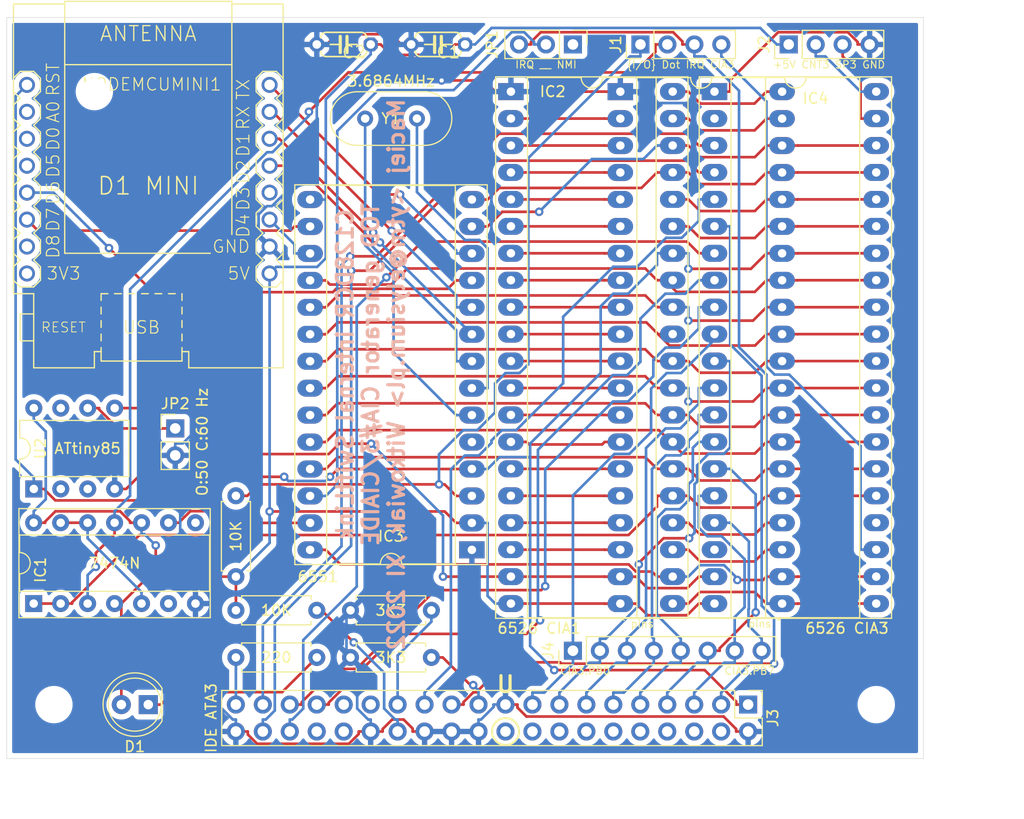
<source format=kicad_pcb>
(kicad_pcb (version 20211014) (generator pcbnew)
  (layers (0 "F.Cu" signal) (31 "B.Cu" signal) (34 "B.Paste" user) (35 "F.Paste" user) (36 "B.SilkS" user "B.Silkscreen") (37 "F.SilkS" user "F.Silkscreen") (38 "B.Mask" user) (39 "F.Mask" user) (44 "Edge.Cuts" user))
  (net 0 "")
  (net 1 "/~{I{slash}O}")
  (net 2 "/~{RESET}")
  (net 3 "Net-(D1-Pad1)")
  (net 4 "GND")
  (net 5 "+5V")
  (net 6 "Net-(IC1-Pad12)")
  (net 8 "/RTS")
  (net 9 "/CTS")
  (net 10 "/TxD")
  (net 11 "/DTR")
  (net 12 "/RxD")
  (net 13 "/RS0")
  (net 14 "/RS1")
  (net 15 "/DCD")
  (net 16 "/DSR")
  (net 17 "/D0")
  (net 18 "/D1")
  (net 19 "/D2")
  (net 20 "/D3")
  (net 21 "/D4")
  (net 22 "/D5")
  (net 23 "/D6")
  (net 24 "/D7")
  (net 25 "/~{IRQB}")
  (net 27 "/R{slash}~{W}")
  (net 28 "/PHI2")
  (net 29 "/DotClock")
  (net 30 "Net-(IC1-Pad9)")
  (net 32 "Net-(IC3-Pad6)")
  (net 33 "/PA0")
  (net 34 "/PA1")
  (net 35 "/PA2")
  (net 36 "/PA3")
  (net 37 "/PA4")
  (net 38 "/PA5")
  (net 39 "/PA6")
  (net 40 "/PA7")
  (net 41 "/PB0")
  (net 42 "/PB1")
  (net 43 "/PB2")
  (net 44 "/PB3")
  (net 45 "/PB4")
  (net 46 "/PB5")
  (net 47 "/PB6")
  (net 48 "/PB7")
  (net 49 "/~{PC}")
  (net 50 "/TOD")
  (net 51 "/~{NMI}")
  (net 52 "/~{CS}")
  (net 53 "/~{FLAG}")
  (net 54 "/RS3")
  (net 55 "/RS2")
  (net 56 "/SP")
  (net 57 "/CNT")
  (net 58 "Net-(IC3-Pad7)")
  (net 60 "/IDE.~{CS0}")
  (net 61 "/IDE.~{CS1}")
  (net 62 "/IDE.~{IOR}")
  (net 63 "/IDE.~{IOW}")
  (net 64 "/~{IRQ}")
  (net 65 "/IDE.DA2")
  (net 66 "/IDE.DA1")
  (net 67 "/IDE.DA0")
  (net 68 "/IDE.D0")
  (net 69 "/IDE.D1")
  (net 70 "/IDE.D2")
  (net 71 "/IDE.D3")
  (net 72 "/IDE.D4")
  (net 73 "/IDE.D5")
  (net 74 "/IDE.D6")
  (net 75 "/IDE.D7")
  (net 77 "/~{CIA3}")
  (net 79 "/SP3")
  (net 80 "/CNT3")
  (net 81 "/IDE.DMARQ")
  (net 82 "/IDE.IORDY")
  (net 83 "/IDE.CSEL")
  (net 84 "/IDE.activity")
  (net 93 "/TOD_50{slash}~{60}")
  (footprint "Resistor_THT:R_Axial_DIN0207_L6.3mm_D2.5mm_P7.62mm_Horizontal" (layer "F.Cu") (at 83.82 95.885)
    (fp_text reference "R2" hide)
    (fp_text value "3K3")
  )
  (footprint "Connector_PinHeader_2.54mm:PinHeader_1x08_P2.54mm_Vertical" (layer "F.Cu") (at 104.775 95.25 90)
    (fp_text reference "J4")
    (fp_text value "CIA3PB")
  )
  (footprint "Package_DIP:DIP-8_W7.62mm" (layer "F.Cu") (at 53.985 80 90)
    (fp_text reference "U2")
    (fp_text value "ATtiny85")
  )
  (footprint "Resistor_THT:R_Axial_DIN0207_L6.3mm_D2.5mm_P7.62mm_Horizontal" (layer "F.Cu") (at 73.025 88.265 90)
    (fp_text reference "R1" hide)
    (fp_text value "10K")
  )
  (footprint "Resistor_THT:R_Axial_DIN0207_L6.3mm_D2.5mm_P7.62mm_Horizontal" (layer "F.Cu") (at 80.645 91.44 180)
    (fp_text reference "R5" hide)
    (fp_text value "10K")
  )
  (footprint "Connector_PinHeader_2.54mm:PinHeader_1x04_P2.54mm_Vertical" (layer "F.Cu") (at 111.135 38.1 90)
    (fp_text reference "J1")
    (fp_text value "{I/O} Dot ~{IRQ} ~{CIA3}")
  )
  (footprint "Connector_PinHeader_2.54mm:PinHeader_1x04_P2.54mm_Vertical" (layer "F.Cu") (at 125.105 38.1 90)
    (fp_text reference "J2")
    (fp_text value "+5V CNT3 SP3 GND")
  )
  (footprint "Package_DIP:DIP-40_W15.24mm_Socket_LongPads" (layer "F.Cu") (at 98.933 42.545)
    (fp_text reference "IC2")
    (fp_text value "6526 CIA1")
  )
  (footprint "Package_DIP:DIP-40_W15.24mm_Socket_LongPads" (layer "F.Cu") (at 118.11 42.545)
    (fp_text reference "IC4")
    (fp_text value "6526 CIA3")
  )
  (footprint "Link232-wifi:C050-024X044" (layer "F.Cu") (at 92.075 38.1 180)
    (fp_text reference "C1")
    (fp_text value ".1uf")
  )
  (footprint "Link232-wifi:C050-024X044" (layer "F.Cu") (at 83.185 38.1 180)
    (fp_text reference "C2")
    (fp_text value ".1uf")
  )
  (footprint "Crystal:Crystal_HC49-4H_Vertical" (layer "F.Cu") (at 90.08 45.085 180)
    (fp_text reference "Y1")
    (fp_text value "3.6864MHz")
  )
  (footprint "Package_DIP:DIP-28_W15.24mm_Socket_LongPads" (layer "F.Cu") (at 95.255 85.74 180)
    (fp_text reference "IC3")
    (fp_text value "6551")
  )
  (footprint "Package_DIP:DIP-14_W7.62mm_Socket" (layer "F.Cu") (at 53.975 90.805 90)
    (fp_text reference "IC1")
    (fp_text value "7474N")
  )
  (footprint "MountingHole:MountingHole_2.5mm" (layer "F.Cu") (at 55.88 100.33)
    (fp_text reference "REF2" hide)
    (fp_text value "MountingHole_2.5mm" hide)
  )
  (footprint "Resistor_THT:R_Axial_DIN0207_L6.3mm_D2.5mm_P7.62mm_Horizontal" (layer "F.Cu") (at 80.645 95.885 180)
    (fp_text reference "R4" hide)
    (fp_text value "220")
  )
  (footprint "Resistor_THT:R_Axial_DIN0207_L6.3mm_D2.5mm_P7.62mm_Horizontal" (layer "F.Cu") (at 83.82 91.44)
    (fp_text reference "R3" hide)
    (fp_text value "3K3")
  )
  (footprint "LED_THT:LED_D5.0mm" (layer "F.Cu") (at 64.77 100.33 180)
    (fp_text reference "D1")
    (fp_text value "LED" hide)
  )
  (footprint "Link232-wifi:WEMOS-D1-MINI" (layer "F.Cu") (at 64.77 51.435)
    (fp_text reference "NODEMCUMINI1")
    (fp_text value "WEMOS-D1-MINI")
  )
  (footprint "Connector_PinHeader_2.54mm:PinHeader_2x20_P2.54mm_Vertical" (layer "F.Cu") (at 121.28 100.325 -90)
    (fp_text reference "J3")
    (fp_text value "IDE ATA3")
  )
  (footprint "Connector_PinHeader_2.54mm:PinHeader_1x03_P2.54mm_Vertical" (layer "F.Cu") (at 104.775 38.1 -90)
    (fp_text reference "JP1")
    (fp_text value "~{IRQ} __ ~{NMI}")
  )
  (footprint "MountingHole:MountingHole_2.5mm" (layer "F.Cu") (at 133.35 100.33)
    (fp_text reference "REF1" hide)
    (fp_text value "MountingHole_2.5mm" hide)
  )
  (footprint "Package_DIP:DIP-40_W15.24mm_LongPads" (layer "F.Cu") (at 109.24 42.55)
    (fp_text reference "U1" hide)
    (fp_text value "6526 (pins to socket)" hide)
  )
  (footprint "Connector_PinHeader_2.54mm:PinHeader_1x02_P2.54mm_Vertical" (layer "F.Cu") (at 67.31 74.295)
    (fp_text reference "JP2")
    (fp_text value "O:50 C:60 Hz")
  )
  (footprint "MountingHole:MountingHole_2.5mm" (layer "F.Cu") (at 59.69 42.545)
    (fp_text reference "REF3" hide)
    (fp_text value "MountingHole_2.5mm" hide)
  )
  (gr_circle (center 98.425 102.87) (end 99.695 102.87) (layer "F.SilkS") (width 0.2) (fill none))
  (gr_rect (start 137.795 35.56) (end 51.435 105.41) (layer "Edge.Cuts") (width 0.05) (fill none))
  (gr_text "C128DCR internal SwiftLink\nTOD generator CIA#3/CIAIDE\nMaciej <ytm@elysium.pl> Witkowiak, XI 2022" (at 85.725 69.215 90) (layer "B.SilkS") (effects (font (size 1.5 1.5) (thickness 0.3)) (justify mirror)))
  (gr_text "U" (at 98.425 98.425) (layer "F.SilkS") (effects (font (size 1.5 1.5) (thickness 0.3))))
  (gr_text "CIA3.PB0" (at 103.505 97.155) (layer "F.SilkS") (effects (font (size 0.7 0.7) (thickness 0.1)) (justify left)))
  (gr_text "pins ^" (at 124.46 92.71) (layer "F.SilkS") (effects (font (size 0.7 0.7) (thickness 0.1)) (justify right)))
  (gr_text "CIA3.PB7" (at 123.825 97.155) (layer "F.SilkS") (effects (font (size 0.7 0.7) (thickness 0.1)) (justify right)))
  (gr_text "^ pins" (at 109.22 92.71) (layer "F.SilkS") (effects (font (size 0.7 0.7) (thickness 0.1)) (justify left)))
  (segment (start 74.1027 80.645) (end 75.1803 79.5674) (width 0.25) (layer "F.Cu") (net 1))
  (segment (start 92.6847 79.5674) (end 92.1562 79.5674) (width 0.25) (layer "F.Cu") (net 1))
  (segment (start 95.255 80.66) (end 93.7773 80.66) (width 0.25) (layer "F.Cu") (net 1))
  (segment (start 73.025 80.645) (end 74.1027 80.645) (width 0.25) (layer "F.Cu") (net 1))
  (segment (start 75.1803 79.5674) (end 92.1562 79.5674) (width 0.25) (layer "F.Cu") (net 1))
  (segment (start 93.7773 80.66) (end 92.6847 79.5674) (width 0.25) (layer "F.Cu") (net 1))
  (via (at 92.1562 79.5674) (size 0.8) (drill 0.4) (layers "F.Cu" "B.Cu") (net 1))
  (segment (start 111.135 38.1) (end 111.135 39.2277) (width 0.25) (layer "B.Cu") (net 1))
  (segment (start 111.135 39.2277) (end 110.1483 39.2277) (width 0.25) (layer "B.Cu") (net 1))
  (segment (start 98.4212 69.0725) (end 97.4379 70.0558) (width 0.25) (layer "B.Cu") (net 1))
  (segment (start 97.4379 72.7851) (end 95.7705 74.4525) (width 0.25) (layer "B.Cu") (net 1))
  (segment (start 110.1483 39.2277) (end 100.5732 48.8028) (width 0.25) (layer "B.Cu") (net 1))
  (segment (start 92.1562 76.7406) (end 92.1562 79.5674) (width 0.25) (layer "B.Cu") (net 1))
  (segment (start 99.7481 69.0725) (end 98.4212 69.0725) (width 0.25) (layer "B.Cu") (net 1))
  (segment (start 97.4379 70.0558) (end 97.4379 72.7851) (width 0.25) (layer "B.Cu") (net 1))
  (segment (start 100.5732 68.2474) (end 99.7481 69.0725) (width 0.25) (layer "B.Cu") (net 1))
  (segment (start 94.4443 74.4525) (end 92.1562 76.7406) (width 0.25) (layer "B.Cu") (net 1))
  (segment (start 100.5732 48.8028) (end 100.5732 68.2474) (width 0.25) (layer "B.Cu") (net 1))
  (segment (start 95.7705 74.4525) (end 94.4443 74.4525) (width 0.25) (layer "B.Cu") (net 1))
  (segment (start 82.6292 78.12) (end 81.894 78.8552) (width 0.25) (layer "F.Cu") (net 2))
  (segment (start 133.35 57.785) (end 125.9627 57.785) (width 0.25) (layer "F.Cu") (net 2))
  (segment (start 67.4676 81.0777) (end 56.0056 81.0777) (width 0.25) (layer "F.Cu") (net 2))
  (segment (start 121.28 100.325) (end 120.1523 100.325) (width 0.25) (layer "F.Cu") (net 2))
  (segment (start 117.1868 97.0776) (end 120.1523 100.0431) (width 0.25) (layer "F.Cu") (net 2))
  (segment (start 55.0627 80.1348) (end 55.0627 80) (width 0.25) (layer "F.Cu") (net 2))
  (segment (start 124.48 57.79) (end 125.9577 57.79) (width 0.25) (layer "F.Cu") (net 2))
  (segment (start 123.0023 57.79) (end 121.5451 59.2472) (width 0.25) (layer "F.Cu") (net 2))
  (segment (start 53.985 80) (end 55.0627 80) (width 0.25) (layer "F.Cu") (net 2))
  (segment (start 120.1523 100.0431) (end 120.1523 100.325) (width 0.25) (layer "F.Cu") (net 2))
  (segment (start 125.9627 57.785) (end 125.9577 57.79) (width 0.25) (layer "F.Cu") (net 2))
  (segment (start 124.48 57.79) (end 123.0023 57.79) (width 0.25) (layer "F.Cu") (net 2))
  (segment (start 69.6901 78.8552) (end 67.4676 81.0777) (width 0.25) (layer "F.Cu") (net 2))
  (segment (start 77.57 78.8552) (end 69.6901 78.8552) (width 0.25) (layer "F.Cu") (net 2))
  (segment (start 103.0153 97.0776) (end 117.1868 97.0776) (width 0.25) (layer "F.Cu") (net 2))
  (segment (start 121.5451 59.2472) (end 115.6507 59.2472) (width 0.25) (layer "F.Cu") (net 2))
  (segment (start 95.255 78.12) (end 82.6292 78.12) (width 0.25) (layer "F.Cu") (net 2))
  (segment (start 56.0056 81.0777) (end 55.0627 80.1348) (width 0.25) (layer "F.Cu") (net 2))
  (via (at 77.57 78.8552) (size 0.8) (drill 0.4) (layers "F.Cu" "B.Cu") (net 2))
  (via (at 115.6507 59.2472) (size 0.8) (drill 0.4) (layers "F.Cu" "B.Cu") (net 2))
  (via (at 103.0153 97.0776) (size 0.8) (drill 0.4) (layers "F.Cu" "B.Cu") (net 2))
  (via (at 81.894 78.8552) (size 0.8) (drill 0.4) (layers "F.Cu" "B.Cu") (net 2))
  (segment (start 53.34 41.91) (end 52.2723 42.9777) (width 0.25) (layer "B.Cu") (net 2))
  (segment (start 107.3886 69.0751) (end 100.7431 75.7206) (width 0.25) (layer "B.Cu") (net 2))
  (segment (start 109.9713 61.6) (end 108.5679 61.6) (width 0.25) (layer "B.Cu") (net 2))
  (segment (start 52.2723 77.2096) (end 53.985 78.9223) (width 0.25) (layer "B.Cu") (net 2))
  (segment (start 81.5017 79.2475) (end 77.9623 79.2475) (width 0.25) (layer "B.Cu") (net 2))
  (segment (start 112.6953 57.785) (end 112.6953 58.876) (width 0.25) (layer "B.Cu") (net 2))
  (segment (start 96.7327 78.12) (end 97.8571 76.9956) (width 0.25) (layer "B.Cu") (net 2))
  (segment (start 112.6953 58.876) (end 109.9713 61.6) (width 0.25) (layer "B.Cu") (net 2))
  (segment (start 114.173 57.785) (end 115.6507 57.785) (width 0.25) (layer "B.Cu") (net 2))
  (segment (start 108.5679 61.6) (end 107.3886 62.7793) (width 0.25) (layer "B.Cu") (net 2))
  (segment (start 77.9623 79.2475) (end 77.57 78.8552) (width 0.25) (layer "B.Cu") (net 2))
  (segment (start 100.7431 75.7206) (end 100.7431 76.9956) (width 0.25) (layer "B.Cu") (net 2))
  (segment (start 114.173 57.785) (end 112.6953 57.785) (width 0.25) (layer "B.Cu") (net 2))
  (segment (start 100.7431 94.8054) (end 103.0153 97.0776) (width 0.25) (layer "B.Cu") (net 2))
  (segment (start 107.3886 62.7793) (end 107.3886 69.0751) (width 0.25) (layer "B.Cu") (net 2))
  (segment (start 81.894 78.8552) (end 81.5017 79.2475) (width 0.25) (layer "B.Cu") (net 2))
  (segment (start 97.8571 76.9956) (end 100.7431 76.9956) (width 0.25) (layer "B.Cu") (net 2))
  (segment (start 95.255 78.12) (end 96.7327 78.12) (width 0.25) (layer "B.Cu") (net 2))
  (segment (start 53.985 80) (end 53.985 78.9223) (width 0.25) (layer "B.Cu") (net 2))
  (segment (start 100.7431 76.9956) (end 100.7431 94.8054) (width 0.25) (layer "B.Cu") (net 2))
  (segment (start 52.2723 42.9777) (end 52.2723 77.2096) (width 0.25) (layer "B.Cu") (net 2))
  (segment (start 115.6507 57.785) (end 115.6507 59.2472) (width 0.25) (layer "B.Cu") (net 2))
  (segment (start 64.77 100.33) (end 65.9477 100.33) (width 0.25) (layer "F.Cu") (net 3))
  (segment (start 67.1254 99.1523) (end 77.3777 99.1523) (width 0.25) (layer "F.Cu") (net 3))
  (segment (start 65.9477 100.33) (end 67.1254 99.1523) (width 0.25) (layer "F.Cu") (net 3))
  (segment (start 77.3777 99.1523) (end 80.645 95.885) (width 0.25) (layer "F.Cu") (net 3))
  (segment (start 118.9736 101.4527) (end 120.1523 102.6314) (width 0.25) (layer "F.Cu") (net 4))
  (segment (start 88.5956 38.1) (end 87.6275 37.1319) (width 0.25) (layer "F.Cu") (net 4))
  (segment (start 86.8477 102.6313) (end 86.8477 102.865) (width 0.25) (layer "F.Cu") (net 4))
  (segment (start 121.28 102.865) (end 120.1523 102.865) (width 0.25) (layer "F.Cu") (net 4))
  (segment (start 85.72 102.865) (end 84.5923 102.865) (width 0.25) (layer "F.Cu") (net 4))
  (segment (start 98.933 42.545) (end 97.4553 42.545) (width 0.25) (layer "F.Cu") (net 4))
  (segment (start 120.1523 102.6314) (end 120.1523 102.865) (width 0.25) (layer "F.Cu") (net 4))
  (segment (start 99.5477 100.325) (end 99.5477 100.607) (width 0.25) (layer "F.Cu") (net 4))
  (segment (start 92.4052 41.4935) (end 96.4038 41.4935) (width 0.25) (layer "F.Cu") (net 4))
  (segment (start 124.1089 36.9461) (end 130.677 36.9461) (width 0.25) (layer "F.Cu") (net 4))
  (segment (start 65.8477 76.835) (end 62.6827 80) (width 0.25) (layer "F.Cu") (net 4))
  (segment (start 88.8234 101.7342) (end 87.7448 101.7342) (width 0.25) (layer "F.Cu") (net 4))
  (segment (start 85.72 102.865) (end 86.8477 102.865) (width 0.25) (layer "F.Cu") (net 4))
  (segment (start 107.7573 42.545) (end 107.7623 42.55) (width 0.25) (layer "F.Cu") (net 4))
  (segment (start 98.933 42.545) (end 107.7573 42.545) (width 0.25) (layer "F.Cu") (net 4))
  (segment (start 67.31 76.835) (end 65.8477 76.835) (width 0.25) (layer "F.Cu") (net 4))
  (segment (start 130.677 36.9461) (end 131.5973 37.8664) (width 0.25) (layer "F.Cu") (net 4))
  (segment (start 98.42 100.325) (end 99.5477 100.325) (width 0.25) (layer "F.Cu") (net 4))
  (segment (start 132.725 38.1) (end 131.5973 38.1) (width 0.25) (layer "F.Cu") (net 4))
  (segment (start 89.6723 102.5831) (end 88.8234 101.7342) (width 0.25) (layer "F.Cu") (net 4))
  (segment (start 131.5973 37.8664) (end 131.5973 38.1) (width 0.25) (layer "F.Cu") (net 4))
  (segment (start 74.1477 102.865) (end 74.1477 103.1469) (width 0.25) (layer "F.Cu") (net 4))
  (segment (start 87.6275 37.1319) (end 82.5525 37.1319) (width 0.25) (layer "F.Cu") (net 4))
  (segment (start 80.645 38.1) (end 81.5844 38.1) (width 0.25) (layer "F.Cu") (net 4))
  (segment (start 84.5923 103.0986) (end 84.5923 102.865) (width 0.25) (layer "F.Cu") (net 4))
  (segment (start 93.34 102.865) (end 90.8 102.865) (width 0.25) (layer "F.Cu") (net 4))
  (segment (start 118.11 42.545) (end 119.5877 42.545) (width 0.25) (layer "F.Cu") (net 4))
  (segment (start 82.5525 37.1319) (end 81.5844 38.1) (width 0.25) (layer "F.Cu") (net 4))
  (segment (start 75.0222 104.0214) (end 83.6695 104.0214) (width 0.25) (layer "F.Cu") (net 4))
  (segment (start 93.34 102.865) (end 95.88 102.865) (width 0.25) (layer "F.Cu") (net 4))
  (segment (start 96.4038 41.4935) (end 97.4553 42.545) (width 0.25) (layer "F.Cu") (net 4))
  (segment (start 90.8 102.865) (end 89.6723 102.865) (width 0.25) (layer "F.Cu") (net 4))
  (segment (start 99.5477 100.607) (end 100.3934 101.4527) (width 0.25) (layer "F.Cu") (net 4))
  (segment (start 61.605 80) (end 62.6827 80) (width 0.25) (layer "F.Cu") (net 4))
  (segment (start 119.5877 41.4673) (end 124.1089 36.9461) (width 0.25) (layer "F.Cu") (net 4))
  (segment (start 83.6695 104.0214) (end 84.5923 103.0986) (width 0.25) (layer "F.Cu") (net 4))
  (segment (start 73.02 102.865) (end 74.1477 102.865) (width 0.25) (layer "F.Cu") (net 4))
  (segment (start 109.24 42.55) (end 107.7623 42.55) (width 0.25) (layer "F.Cu") (net 4))
  (segment (start 119.5877 42.545) (end 119.5877 41.4673) (width 0.25) (layer "F.Cu") (net 4))
  (segment (start 89.535 38.1) (end 88.5956 38.1) (width 0.25) (layer "F.Cu") (net 4))
  (segment (start 87.7448 101.7342) (end 86.8477 102.6313) (width 0.25) (layer "F.Cu") (net 4))
  (segment (start 100.3934 101.4527) (end 118.9736 101.4527) (width 0.25) (layer "F.Cu") (net 4))
  (segment (start 89.6723 102.865) (end 89.6723 102.5831) (width 0.25) (layer "F.Cu") (net 4))
  (segment (start 74.1477 103.1469) (end 75.0222 104.0214) (width 0.25) (layer "F.Cu") (net 4))
  (via (at 92.4052 41.4935) (size 0.8) (drill 0.4) (layers "F.Cu" "B.Cu") (net 4))
  (segment (start 85.72 102.865) (end 85.72 101.7373) (width 0.25) (layer "B.Cu") (net 4))
  (segment (start 69.215 89.7273) (end 67.7772 88.2895) (width 0.25) (layer "B.Cu") (net 4))
  (segment (start 84.45 96.515) (end 84.45 100.701) (width 0.25) (layer "B.Cu") (net 4))
  (segment (start 75.1627 54.1249) (end 75.1627 56.1127) (width 0.25) (layer "B.Cu") (net 4))
  (segment (start 75.1627 56.1127) (end 76.2 57.15) (width 0.25) (layer "B.Cu") (net 4))
  (segment (start 67.7772 88.2895) (end 67.7772 78.4299) (width 0.25) (layer "B.Cu") (net 4))
  (segment (start 95.255 85.74) (end 95.255 96.0323) (width 0.25) (layer "B.Cu") (net 4))
  (segment (start 73.02 102.865) (end 73.02 101.7373) (width 0.25) (layer "B.Cu") (net 4))
  (segment (start 98.42 100.325) (end 97.2923 100.325) (width 0.25) (layer "B.Cu") (net 4))
  (segment (start 80.645 49.1102) (end 76.4152 53.34) (width 0.25) (layer "B.Cu") (net 4))
  (segment (start 95.88 102.865) (end 95.88 101.7373) (width 0.25) (layer "B.Cu") (net 4))
  (segment (start 83.82 91.44) (end 83.4418 91.8182) (width 0.25) (layer "B.Cu") (net 4))
  (segment (start 72.7381 101.7373) (end 69.215 98.2142) (width 0.25) (layer "B.Cu") (net 4))
  (segment (start 96.1136 101.7373) (end 97.2923 100.5586) (width 0.25) (layer "B.Cu") (net 4))
  (segment (start 110.7177 42.55) (end 111.7904 43.6227) (width 0.25) (layer "B.Cu") (net 4))
  (segment (start 68.0249 75.7073) (end 70.4368 73.2954) (width 0.25) (layer "B.Cu") (net 4))
  (segment (start 70.4368 73.2954) (end 70.4368 62.9132) (width 0.25) (layer "B.Cu") (net 4))
  (segment (start 84.45 100.701) (end 85.4863 101.7373) (width 0.25) (layer "B.Cu") (net 4))
  (segment (start 67.7772 78.4299) (end 67.31 77.9627) (width 0.25) (layer "B.Cu") (net 4))
  (segment (start 89.9511 39.0394) (end 92.4052 41.4935) (width 0.25) (layer "B.Cu") (net 4))
  (segment (start 83.82 95.885) (end 84.45 96.515) (width 0.25) (layer "B.Cu") (net 4))
  (segment (start 118.11 42.545) (end 116.6323 42.545) (width 0.25) (layer "B.Cu") (net 4))
  (segment (start 89.535 39.0394) (end 89.9511 39.0394) (width 0.25) (layer "B.Cu") (net 4))
  (segment (start 70.4368 62.9132) (end 76.2 57.15) (width 0.25) (layer "B.Cu") (net 4))
  (segment (start 67.31 76.835) (end 67.31 77.9627) (width 0.25) (layer "B.Cu") (net 4))
  (segment (start 97.2923 100.5586) (end 97.2923 100.325) (width 0.25) (layer "B.Cu") (net 4))
  (segment (start 73.02 101.7373) (end 72.7381 101.7373) (width 0.25) (layer "B.Cu") (net 4))
  (segment (start 69.215 98.2142) (end 69.215 90.805) (width 0.25) (layer "B.Cu") (net 4))
  (segment (start 80.645 38.1) (end 80.645 49.1102) (width 0.25) (layer "B.Cu") (net 4))
  (segment (start 115.5546 43.6227) (end 116.6323 42.545) (width 0.25) (layer "B.Cu") (net 4))
  (segment (start 98.42 100.325) (end 98.42 99.1973) (width 0.25) (layer "B.Cu") (net 4))
  (segment (start 89.535 38.1) (end 89.535 39.0394) (width 0.25) (layer "B.Cu") (net 4))
  (segment (start 69.215 90.805) (end 69.215 89.7273) (width 0.25) (layer "B.Cu") (net 4))
  (segment (start 67.31 75.7073) (end 68.0249 75.7073) (width 0.25) (layer "B.Cu") (net 4))
  (segment (start 109.24 42.55) (end 110.7177 42.55) (width 0.25) (layer "B.Cu") (net 4))
  (segment (start 76.4152 53.34) (end 75.9476 53.34) (width 0.25) (layer "B.Cu") (net 4))
  (segment (start 95.88 101.7373) (end 96.1136 101.7373) (width 0.25) (layer "B.Cu") (net 4))
  (segment (start 111.7904 43.6227) (end 115.5546 43.6227) (width 0.25) (layer "B.Cu") (net 4))
  (segment (start 67.31 76.835) (end 67.31 75.7073) (width 0.25) (layer "B.Cu") (net 4))
  (segment (start 83.4418 91.8182) (end 83.4418 95.5068) (width 0.25) (layer "B.Cu") (net 4))
  (segment (start 85.4863 101.7373) (end 85.72 101.7373) (width 0.25) (layer "B.Cu") (net 4))
  (segment (start 95.255 96.0323) (end 98.42 99.1973) (width 0.25) (layer "B.Cu") (net 4))
  (segment (start 75.9476 53.34) (end 75.1627 54.1249) (width 0.25) (layer "B.Cu") (net 4))
  (segment (start 83.4418 95.5068) (end 83.82 95.885) (width 0.25) (layer "B.Cu") (net 4))
  (segment (start 94.615 38.1) (end 93.6756 38.1) (width 0.25) (layer "F.Cu") (net 5))
  (segment (start 95.255 83.2) (end 93.7773 83.2) (width 0.25) (layer "F.Cu") (net 5))
  (segment (start 73.025 88.265) (end 65.4706 88.265) (width 0.25) (layer "F.Cu") (net 5))
  (segment (start 93.7773 83.2) (end 92.6995 82.1222) (width 0.25) (layer "F.Cu") (net 5))
  (segment (start 65.4706 88.265) (end 64.77 88.265) (width 0.25) (layer "F.Cu") (net 5))
  (segment (start 93.6756 38.1) (end 92.6875 39.0881) (width 0.25) (layer "F.Cu") (net 5))
  (segment (start 109.24 90.81) (end 110.7177 90.81) (width 0.25) (layer "F.Cu") (net 5))
  (segment (start 109.24 90.81) (end 107.7623 90.81) (width 0.25) (layer "F.Cu") (net 5))
  (segment (start 118.11 90.805) (end 116.6323 90.805) (width 0.25) (layer "F.Cu") (net 5))
  (segment (start 62.1142 82.1072) (end 56.0188 82.1072) (width 0.25) (layer "F.Cu") (net 5))
  (segment (start 85.725 38.1) (end 86.6644 38.1) (width 0.25) (layer "F.Cu") (net 5))
  (segment (start 63.0573 83.0503) (end 62.1142 82.1072) (width 0.25) (layer "F.Cu") (net 5))
  (segment (start 64.135 83.185) (end 63.0573 83.185) (width 0.25) (layer "F.Cu") (net 5))
  (segment (start 56.0188 82.1072) (end 55.0527 83.0733) (width 0.25) (layer "F.Cu") (net 5))
  (segment (start 64.77 88.265) (end 62.23 90.805) (width 0.25) (layer "F.Cu") (net 5))
  (segment (start 53.975 83.185) (end 55.0527 83.185) (width 0.25) (layer "F.Cu") (net 5))
  (segment (start 111.8148 91.9071) (end 110.7177 90.81) (width 0.25) (layer "F.Cu") (net 5))
  (segment (start 63.0573 83.185) (end 63.0573 83.0503) (width 0.25) (layer "F.Cu") (net 5))
  (segment (start 61.595 90.805) (end 62.23 90.805) (width 0.25) (layer "F.Cu") (net 5))
  (segment (start 65.4706 88.265) (end 65.4706 85.3232) (width 0.25) (layer "F.Cu") (net 5))
  (segment (start 116.6323 90.805) (end 115.5302 91.9071) (width 0.25) (layer "F.Cu") (net 5))
  (segment (start 115.5302 91.9071) (end 111.8148 91.9071) (width 0.25) (layer "F.Cu") (net 5))
  (segment (start 55.0527 83.0733) (end 55.0527 83.185) (width 0.25) (layer "F.Cu") (net 5))
  (segment (start 107.7573 90.805) (end 107.7623 90.81) (width 0.25) (layer "F.Cu") (net 5))
  (segment (start 92.6875 39.0881) (end 87.6525 39.0881) (width 0.25) (layer "F.Cu") (net 5))
  (segment (start 73.025 91.44) (end 73.025 90.3623) (width 0.25) (layer "F.Cu") (net 5))
  (segment (start 73.025 88.265) (end 73.025 90.3623) (width 0.25) (layer "F.Cu") (net 5))
  (segment (start 92.6995 82.1222) (end 76.2 82.1222) (width 0.25) (layer "F.Cu") (net 5))
  (segment (start 87.6525 39.0881) (end 86.6644 38.1) (width 0.25) (layer "F.Cu") (net 5))
  (segment (start 98.933 90.805) (end 107.7573 90.805) (width 0.25) (layer "F.Cu") (net 5))
  (segment (start 62.23 100.33) (end 62.23 90.805) (width 0.25) (layer "F.Cu") (net 5))
  (via (at 76.2 82.1222) (size 0.8) (drill 0.4) (layers "F.Cu" "B.Cu") (net 5))
  (via (at 65.4706 85.3232) (size 0.8) (drill 0.4) (layers "F.Cu" "B.Cu") (net 5))
  (segment (start 76.2 85.09) (end 73.025 88.265) (width 0.25) (layer "B.Cu") (net 5))
  (segment (start 97.1115 36.5429) (end 122.4202 36.5429) (width 0.25) (layer "B.Cu") (net 5))
  (segment (start 55.1125 74.5852) (end 55.1125 80.9698) (width 0.25) (layer "B.Cu") (net 5))
  (segment (start 85.725 39.0394) (end 81.4927 43.2717) (width 0.25) (layer "B.Cu") (net 5))
  (segment (start 80.015 52.72) (end 81.4927 52.72) (width 0.25) (layer "B.Cu") (net 5))
  (segment (start 64.4101 84.2627) (end 64.135 84.2627) (width 0.25) (layer "B.Cu") (net 5))
  (segment (start 81.4927 58.2551) (end 81.4927 52.72) (width 0.25) (layer "B.Cu") (net 5))
  (segment (start 80.6778 59.07) (end 81.4927 58.2551) (width 0.25) (layer "B.Cu") (net 5))
  (segment (start 96.7327 90.0824) (end 97.4553 90.805) (width 0.25) (layer "B.Cu") (net 5))
  (segment (start 96.7327 83.2) (end 96.7327 90.0824) (width 0.25) (layer "B.Cu") (net 5))
  (segment (start 122.4202 36.5429) (end 123.9773 38.1) (width 0.25) (layer "B.Cu") (net 5))
  (segment (start 53.985 73.4577) (end 55.1125 74.5852) (width 0.25) (layer "B.Cu") (net 5))
  (segment (start 81.4927 43.2717) (end 81.4927 52.72) (width 0.25) (layer "B.Cu") (net 5))
  (segment (start 76.2 59.69) (end 76.2 82.1222) (width 0.25) (layer "B.Cu") (net 5))
  (segment (start 76.2 82.1222) (end 76.2 85.09) (width 0.25) (layer "B.Cu") (net 5))
  (segment (start 85.725 38.1) (end 85.725 39.0394) (width 0.25) (layer "B.Cu") (net 5))
  (segment (start 55.1125 80.9698) (end 53.975 82.1073) (width 0.25) (layer "B.Cu") (net 5))
  (segment (start 65.4706 85.3232) (end 64.4101 84.2627) (width 0.25) (layer "B.Cu") (net 5))
  (segment (start 64.135 83.185) (end 64.135 84.2627) (width 0.25) (layer "B.Cu") (net 5))
  (segment (start 76.2 59.69) (end 76.82 59.07) (width 0.25) (layer "B.Cu") (net 5))
  (segment (start 76.82 59.07) (end 80.6778 59.07) (width 0.25) (layer "B.Cu") (net 5))
  (segment (start 94.615 38.1) (end 95.5544 38.1) (width 0.25) (layer "B.Cu") (net 5))
  (segment (start 53.985 72.38) (end 53.985 73.4577) (width 0.25) (layer "B.Cu") (net 5))
  (segment (start 95.255 83.2) (end 96.7327 83.2) (width 0.25) (layer "B.Cu") (net 5))
  (segment (start 53.975 83.185) (end 53.975 82.1073) (width 0.25) (layer "B.Cu") (net 5))
  (segment (start 98.933 90.805) (end 97.4553 90.805) (width 0.25) (layer "B.Cu") (net 5))
  (segment (start 125.105 38.1) (end 123.9773 38.1) (width 0.25) (layer "B.Cu") (net 5))
  (segment (start 95.5544 38.1) (end 97.1115 36.5429) (width 0.25) (layer "B.Cu") (net 5))
  (segment (start 56.515 83.185) (end 59.055 83.185) (width 0.25) (layer "F.Cu") (net 6))
  (segment (start 64.135 89.7273) (end 59.055 84.6473) (width 0.25) (layer "B.Cu") (net 6))
  (segment (start 59.055 84.6473) (end 59.055 83.185) (width 0.25) (layer "B.Cu") (net 6))
  (segment (start 64.135 90.805) (end 64.135 89.7273) (width 0.25) (layer "B.Cu") (net 6))
  (segment (start 76.2 46.99) (end 77.117 46.99) (width 0.25) (layer "F.Cu") (net 8))
  (segment (start 77.117 46.99) (end 85.9582 55.8312) (width 0.25) (layer "F.Cu") (net 8))
  (via (at 85.9582 55.8312) (size 0.8) (drill 0.4) (layers "F.Cu" "B.Cu") (net 8))
  (segment (start 95.255 67.96) (end 93.7773 67.96) (width 0.25) (layer "B.Cu") (net 8))
  (segment (start 85.9582 55.8312) (end 85.9065 55.8829) (width 0.25) (layer "B.Cu") (net 8))
  (segment (start 85.9065 55.8829) (end 85.9065 57.1661) (width 0.25) (layer "B.Cu") (net 8))
  (segment (start 93.7773 65.0369) (end 93.7773 67.96) (width 0.25) (layer "B.Cu") (net 8))
  (segment (start 85.9065 57.1661) (end 93.7773 65.0369) (width 0.25) (layer "B.Cu") (net 8))
  (segment (start 85.904 56.7623) (end 86.5973 56.7623) (width 0.25) (layer "F.Cu") (net 9))
  (segment (start 85.2804 56.1387) (end 85.904 56.7623) (width 0.25) (layer "F.Cu") (net 9))
  (segment (start 85.2804 56.0348) (end 85.2804 56.1387) (width 0.25) (layer "F.Cu") (net 9))
  (segment (start 78.7756 49.53) (end 85.2804 56.0348) (width 0.25) (layer "F.Cu") (net 9))
  (segment (start 76.2 49.53) (end 78.7756 49.53) (width 0.25) (layer "F.Cu") (net 9))
  (via (at 86.5973 56.7623) (size 0.8) (drill 0.4) (layers "F.Cu" "B.Cu") (net 9))
  (segment (start 95.255 65.42) (end 86.5973 56.7623) (width 0.25) (layer "B.Cu") (net 9))
  (segment (start 76.476 44.45) (end 76.2 44.45) (width 0.25) (layer "F.Cu") (net 10))
  (segment (start 87.6945 55.6685) (end 76.476 44.45) (width 0.25) (layer "F.Cu") (net 10))
  (via (at 87.6945 55.6685) (size 0.8) (drill 0.4) (layers "F.Cu" "B.Cu") (net 10))
  (segment (start 95.255 62.88) (end 93.7773 62.88) (width 0.25) (layer "B.Cu") (net 10))
  (segment (start 93.7773 61.7513) (end 87.6945 55.6685) (width 0.25) (layer "B.Cu") (net 10))
  (segment (start 93.7773 62.88) (end 93.7773 61.7513) (width 0.25) (layer "B.Cu") (net 10))
  (segment (start 82.4736 61.1345) (end 92.9828 61.1345) (width 0.25) (layer "F.Cu") (net 11))
  (segment (start 65.2284 61.4512) (end 82.1569 61.4512) (width 0.25) (layer "F.Cu") (net 11))
  (segment (start 92.9828 61.1345) (end 93.7773 60.34) (width 0.25) (layer "F.Cu") (net 11))
  (segment (start 95.255 60.34) (end 93.7773 60.34) (width 0.25) (layer "F.Cu") (net 11))
  (segment (start 61.0682 57.291) (end 65.2284 61.4512) (width 0.25) (layer "F.Cu") (net 11))
  (segment (start 82.1569 61.4512) (end 82.4736 61.1345) (width 0.25) (layer "F.Cu") (net 11))
  (via (at 61.0682 57.291) (size 0.8) (drill 0.4) (layers "F.Cu" "B.Cu") (net 11))
  (segment (start 55.8472 52.07) (end 53.34 52.07) (width 0.25) (layer "B.Cu") (net 11))
  (segment (start 61.0682 57.291) (end 55.8472 52.07) (width 0.25) (layer "B.Cu") (net 11))
  (segment (start 86.5315 52.2415) (end 76.2 41.91) (width 0.25) (layer "F.Cu") (net 12))
  (segment (start 88.4976 52.2415) (end 86.5315 52.2415) (width 0.25) (layer "F.Cu") (net 12))
  (via (at 88.4976 52.2415) (size 0.8) (drill 0.4) (layers "F.Cu" "B.Cu") (net 12))
  (segment (start 95.255 57.8) (end 93.7773 57.8) (width 0.25) (layer "B.Cu") (net 12))
  (segment (start 93.7773 57.8) (end 93.7773 57.5212) (width 0.25) (layer "B.Cu") (net 12))
  (segment (start 93.7773 57.5212) (end 88.4976 52.2415) (width 0.25) (layer "B.Cu") (net 12))
  (segment (start 125.9627 47.625) (end 125.9577 47.63) (width 0.25) (layer "F.Cu") (net 13))
  (segment (start 121.9095 48.7228) (end 116.7485 48.7228) (width 0.25) (layer "F.Cu") (net 13))
  (segment (start 123.0023 47.63) (end 121.9095 48.7228) (width 0.25) (layer "F.Cu") (net 13))
  (segment (start 114.173 47.625) (end 115.6507 47.625) (width 0.25) (layer "F.Cu") (net 13))
  (segment (start 96.7327 55.26) (end 98.1188 53.8739) (width 0.25) (layer "F.Cu") (net 13))
  (segment (start 133.35 47.625) (end 125.9627 47.625) (width 0.25) (layer "F.Cu") (net 13))
  (segment (start 98.1188 53.8739) (end 101.5915 53.8739) (width 0.25) (layer "F.Cu") (net 13))
  (segment (start 95.255 55.26) (end 96.7327 55.26) (width 0.25) (layer "F.Cu") (net 13))
  (segment (start 124.48 47.63) (end 123.0023 47.63) (width 0.25) (layer "F.Cu") (net 13))
  (segment (start 124.48 47.63) (end 125.9577 47.63) (width 0.25) (layer "F.Cu") (net 13))
  (segment (start 116.7485 48.7228) (end 115.6507 47.625) (width 0.25) (layer "F.Cu") (net 13))
  (via (at 101.5915 53.8739) (size 0.8) (drill 0.4) (layers "F.Cu" "B.Cu") (net 13))
  (segment (start 111.4203 48.9) (end 112.6953 47.625) (width 0.25) (layer "B.Cu") (net 13))
  (segment (start 101.5915 53.8739) (end 106.5654 48.9) (width 0.25) (layer "B.Cu") (net 13))
  (segment (start 114.173 47.625) (end 112.6953 47.625) (width 0.25) (layer "B.Cu") (net 13))
  (segment (start 106.5654 48.9) (end 111.4203 48.9) (width 0.25) (layer "B.Cu") (net 13))
  (segment (start 133.35 50.165) (end 125.9627 50.165) (width 0.25) (layer "F.Cu") (net 14))
  (segment (start 111.2331 51.6272) (end 112.6953 50.165) (width 0.25) (layer "F.Cu") (net 14))
  (segment (start 116.7485 51.2628) (end 115.6507 50.165) (width 0.25) (layer "F.Cu") (net 14))
  (segment (start 97.8255 51.6272) (end 111.2331 51.6272) (width 0.25) (layer "F.Cu") (net 14))
  (segment (start 123.0023 50.17) (end 121.9095 51.2628) (width 0.25) (layer "F.Cu") (net 14))
  (segment (start 124.48 50.17) (end 123.0023 50.17) (width 0.25) (layer "F.Cu") (net 14))
  (segment (start 114.173 50.165) (end 112.6953 50.165) (width 0.25) (layer "F.Cu") (net 14))
  (segment (start 124.48 50.17) (end 125.9577 50.17) (width 0.25) (layer "F.Cu") (net 14))
  (segment (start 114.173 50.165) (end 115.6507 50.165) (width 0.25) (layer "F.Cu") (net 14))
  (segment (start 125.9627 50.165) (end 125.9577 50.17) (width 0.25) (layer "F.Cu") (net 14))
  (segment (start 96.7327 52.72) (end 97.8255 51.6272) (width 0.25) (layer "F.Cu") (net 14))
  (segment (start 121.9095 51.2628) (end 116.7485 51.2628) (width 0.25) (layer "F.Cu") (net 14))
  (segment (start 95.255 52.72) (end 96.7327 52.72) (width 0.25) (layer "F.Cu") (net 14))
  (segment (start 78.1498 55.6475) (end 54.3775 55.6475) (width 0.25) (layer "F.Cu") (net 15))
  (segment (start 78.5373 55.26) (end 78.1498 55.6475) (width 0.25) (layer "F.Cu") (net 15))
  (segment (start 54.3775 55.6475) (end 53.34 54.61) (width 0.25) (layer "F.Cu") (net 15))
  (segment (start 80.015 55.26) (end 78.5373 55.26) (width 0.25) (layer "F.Cu") (net 15))
  (segment (start 80.015 57.8) (end 78.5373 57.8) (width 0.25) (layer "B.Cu") (net 16))
  (segment (start 78.5373 56.9473) (end 76.2 54.61) (width 0.25) (layer "B.Cu") (net 16))
  (segment (start 78.5373 57.8) (end 78.5373 56.9473) (width 0.25) (layer "B.Cu") (net 16))
  (segment (start 125.9627 60.325) (end 125.9577 60.33) (width 0.25) (layer "F.Cu") (net 17))
  (segment (start 81.4927 60.34) (end 81.8845 60.7318) (width 0.25) (layer "F.Cu") (net 17))
  (segment (start 87.6651 60.7318) (end 89.1787 59.2182) (width 0.25) (layer "F.Cu") (net 17))
  (segment (start 133.35 60.325) (end 125.9627 60.325) (width 0.25) (layer "F.Cu") (net 17))
  (segment (start 124.48 60.33) (end 123.0023 60.33) (width 0.25) (layer "F.Cu") (net 17))
  (segment (start 111.5885 59.2182) (end 112.6953 60.325) (width 0.25) (layer "F.Cu") (net 17))
  (segment (start 81.8845 60.7318) (end 87.6651 60.7318) (width 0.25) (layer "F.Cu") (net 17))
  (segment (start 113.4342 60.325) (end 112.6953 60.325) (width 0.25) (layer "F.Cu") (net 17))
  (segment (start 124.48 60.33) (end 125.9577 60.33) (width 0.25) (layer "F.Cu") (net 17))
  (segment (start 114.532 61.4228) (end 121.9095 61.4228) (width 0.25) (layer "F.Cu") (net 17))
  (segment (start 114.173 60.325) (end 113.4342 60.325) (width 0.25) (layer "F.Cu") (net 17))
  (segment (start 121.9095 61.4228) (end 123.0023 60.33) (width 0.25) (layer "F.Cu") (net 17))
  (segment (start 80.015 60.34) (end 81.4927 60.34) (width 0.25) (layer "F.Cu") (net 17))
  (segment (start 89.1787 59.2182) (end 111.5885 59.2182) (width 0.25) (layer "F.Cu") (net 17))
  (segment (start 113.4342 60.325) (end 114.532 61.4228) (width 0.25) (layer "F.Cu") (net 17))
  (segment (start 82.6145 61.7582) (end 111.5885 61.7582) (width 0.25) (layer "F.Cu") (net 18))
  (segment (start 81.4927 62.88) (end 82.6145 61.7582) (width 0.25) (layer "F.Cu") (net 18))
  (segment (start 131.8673 62.87) (end 131.8723 62.865) (width 0.25) (layer "F.Cu") (net 18))
  (segment (start 124.0297 62.87) (end 123.0023 62.87) (width 0.25) (layer "F.Cu") (net 18))
  (segment (start 80.015 62.88) (end 81.4927 62.88) (width 0.25) (layer "F.Cu") (net 18))
  (segment (start 123.0023 62.87) (end 121.7373 64.135) (width 0.25) (layer "F.Cu") (net 18))
  (segment (start 124.48 62.87) (end 131.8673 62.87) (width 0.25) (layer "F.Cu") (net 18))
  (segment (start 121.7373 64.135) (end 115.6507 64.135) (width 0.25) (layer "F.Cu") (net 18))
  (segment (start 124.0297 62.87) (end 124.48 62.87) (width 0.25) (layer "F.Cu") (net 18))
  (segment (start 133.35 62.865) (end 131.8723 62.865) (width 0.25) (layer "F.Cu") (net 18))
  (segment (start 111.5885 61.7582) (end 112.6953 62.865) (width 0.25) (layer "F.Cu") (net 18))
  (segment (start 114.173 62.865) (end 112.6953 62.865) (width 0.25) (layer "F.Cu") (net 18))
  (via (at 115.6507 64.135) (size 0.8) (drill 0.4) (layers "F.Cu" "B.Cu") (net 18))
  (segment (start 114.173 62.865) (end 115.6507 62.865) (width 0.25) (layer "B.Cu") (net 18))
  (segment (start 115.6507 62.865) (end 115.6507 64.135) (width 0.25) (layer "B.Cu") (net 18))
  (segment (start 112.7996 65.405) (end 113.8773 66.4827) (width 0.25) (layer "F.Cu") (net 19))
  (segment (start 124.48 65.41) (end 125.9577 65.41) (width 0.25) (layer "F.Cu") (net 19))
  (segment (start 121.9296 66.4827) (end 123.0023 65.41) (width 0.25) (layer "F.Cu") (net 19))
  (segment (start 80.015 65.42) (end 81.4927 65.42) (width 0.25) (layer "F.Cu") (net 19))
  (segment (start 82.6145 64.2982) (end 81.4927 65.42) (width 0.25) (layer "F.Cu") (net 19))
  (segment (start 125.9627 65.405) (end 125.9577 65.41) (width 0.25) (layer "F.Cu") (net 19))
  (segment (start 133.35 65.405) (end 125.9627 65.405) (width 0.25) (layer "F.Cu") (net 19))
  (segment (start 112.7996 65.405) (end 111.6928 64.2982) (width 0.25) (layer "F.Cu") (net 19))
  (segment (start 111.6928 64.2982) (end 82.6145 64.2982) (width 0.25) (layer "F.Cu") (net 19))
  (segment (start 113.8773 66.4827) (end 121.9296 66.4827) (width 0.25) (layer "F.Cu") (net 19))
  (segment (start 124.48 65.41) (end 123.0023 65.41) (width 0.25) (layer "F.Cu") (net 19))
  (segment (start 114.173 65.405) (end 112.7996 65.405) (width 0.25) (layer "F.Cu") (net 19))
  (segment (start 125.9627 67.945) (end 125.9577 67.95) (width 0.25) (layer "F.Cu") (net 20))
  (segment (start 82.6185 66.8342) (end 111.5845 66.8342) (width 0.25) (layer "F.Cu") (net 20))
  (segment (start 115.6507 67.945) (end 116.7485 69.0428) (width 0.25) (layer "F.Cu") (net 20))
  (segment (start 114.173 67.945) (end 115.6507 67.945) (width 0.25) (layer "F.Cu") (net 20))
  (segment (start 116.7485 69.0428) (end 121.9095 69.0428) (width 0.25) (layer "F.Cu") (net 20))
  (segment (start 133.35 67.945) (end 125.9627 67.945) (width 0.25) (layer "F.Cu") (net 20))
  (segment (start 121.9095 69.0428) (end 123.0023 67.95) (width 0.25) (layer "F.Cu") (net 20))
  (segment (start 124.48 67.95) (end 125.9577 67.95) (width 0.25) (layer "F.Cu") (net 20))
  (segment (start 81.4927 67.96) (end 82.6185 66.8342) (width 0.25) (layer "F.Cu") (net 20))
  (segment (start 80.015 67.96) (end 81.4927 67.96) (width 0.25) (layer "F.Cu") (net 20))
  (segment (start 114.173 67.945) (end 112.6953 67.945) (width 0.25) (layer "F.Cu") (net 20))
  (segment (start 124.48 67.95) (end 123.0023 67.95) (width 0.25) (layer "F.Cu") (net 20))
  (segment (start 111.5845 66.8342) (end 112.6953 67.945) (width 0.25) (layer "F.Cu") (net 20))
  (segment (start 123.0023 70.49) (end 121.7373 71.755) (width 0.25) (layer "F.Cu") (net 21))
  (segment (start 124.0297 70.49) (end 123.0023 70.49) (width 0.25) (layer "F.Cu") (net 21))
  (segment (start 133.35 70.485) (end 131.8723 70.485) (width 0.25) (layer "F.Cu") (net 21))
  (segment (start 82.6145 69.3782) (end 111.5885 69.3782) (width 0.25) (layer "F.Cu") (net 21))
  (segment (start 80.015 70.5) (end 81.4927 70.5) (width 0.25) (layer "F.Cu") (net 21))
  (segment (start 114.173 70.485) (end 112.6953 70.485) (width 0.25) (layer "F.Cu") (net 21))
  (segment (start 81.4927 70.5) (end 82.6145 69.3782) (width 0.25) (layer "F.Cu") (net 21))
  (segment (start 111.5885 69.3782) (end 112.6953 70.485) (width 0.25) (layer "F.Cu") (net 21))
  (segment (start 124.48 70.49) (end 131.8673 70.49) (width 0.25) (layer "F.Cu") (net 21))
  (segment (start 121.7373 71.755) (end 115.6507 71.755) (width 0.25) (layer "F.Cu") (net 21))
  (segment (start 131.8673 70.49) (end 131.8723 70.485) (width 0.25) (layer "F.Cu") (net 21))
  (segment (start 124.0297 70.49) (end 124.48 70.49) (width 0.25) (layer "F.Cu") (net 21))
  (via (at 115.6507 71.755) (size 0.8) (drill 0.4) (layers "F.Cu" "B.Cu") (net 21))
  (segment (start 114.173 70.485) (end 115.6507 70.485) (width 0.25) (layer "B.Cu") (net 21))
  (segment (start 115.6507 70.485) (end 115.6507 71.755) (width 0.25) (layer "B.Cu") (net 21))
  (segment (start 115.6507 73.025) (end 116.7625 74.1368) (width 0.25) (layer "F.Cu") (net 22))
  (segment (start 114.173 73.025) (end 115.6507 73.025) (width 0.25) (layer "F.Cu") (net 22))
  (segment (start 125.9627 73.025) (end 125.9577 73.03) (width 0.25) (layer "F.Cu") (net 22))
  (segment (start 80.015 73.04) (end 81.4927 73.04) (width 0.25) (layer "F.Cu") (net 22))
  (segment (start 111.5986 71.9283) (end 112.6953 73.025) (width 0.25) (layer "F.Cu") (net 22))
  (segment (start 124.48 73.03) (end 125.9577 73.03) (width 0.25) (layer "F.Cu") (net 22))
  (segment (start 81.4927 73.04) (end 82.6044 71.9283) (width 0.25) (layer "F.Cu") (net 22))
  (segment (start 133.35 73.025) (end 125.9627 73.025) (width 0.25) (layer "F.Cu") (net 22))
  (segment (start 121.8955 74.1368) (end 123.0023 73.03) (width 0.25) (layer "F.Cu") (net 22))
  (segment (start 114.173 73.025) (end 112.6953 73.025) (width 0.25) (layer "F.Cu") (net 22))
  (segment (start 82.6044 71.9283) (end 111.5986 71.9283) (width 0.25) (layer "F.Cu") (net 22))
  (segment (start 124.48 73.03) (end 123.0023 73.03) (width 0.25) (layer "F.Cu") (net 22))
  (segment (start 116.7625 74.1368) (end 121.8955 74.1368) (width 0.25) (layer "F.Cu") (net 22))
  (segment (start 133.35 75.565) (end 125.9627 75.565) (width 0.25) (layer "F.Cu") (net 23))
  (segment (start 80.015 75.58) (end 81.4927 75.58) (width 0.25) (layer "F.Cu") (net 23))
  (segment (start 121.9095 76.6628) (end 123.0023 75.57) (width 0.25) (layer "F.Cu") (net 23))
  (segment (start 114.173 75.565) (end 113.9889 75.565) (width 0.25) (layer "F.Cu") (net 23))
  (segment (start 125.9627 75.565) (end 125.9577 75.57) (width 0.25) (layer "F.Cu") (net 23))
  (segment (start 113.9889 75.565) (end 112.882 74.4581) (width 0.25) (layer "F.Cu") (net 23))
  (segment (start 82.6146 74.4581) (end 81.4927 75.58) (width 0.25) (layer "F.Cu") (net 23))
  (segment (start 124.48 75.57) (end 125.9577 75.57) (width 0.25) (layer "F.Cu") (net 23))
  (segment (start 115.0867 76.6628) (end 121.9095 76.6628) (width 0.25) (layer "F.Cu") (net 23))
  (segment (start 124.48 75.57) (end 123.0023 75.57) (width 0.25) (layer "F.Cu") (net 23))
  (segment (start 112.882 74.4581) (end 82.6146 74.4581) (width 0.25) (layer "F.Cu") (net 23))
  (segment (start 113.9889 75.565) (end 115.0867 76.6628) (width 0.25) (layer "F.Cu") (net 23))
  (segment (start 124.48 78.11) (end 125.9577 78.11) (width 0.25) (layer "F.Cu") (net 24))
  (segment (start 114.173 78.105) (end 115.6507 78.105) (width 0.25) (layer "F.Cu") (net 24))
  (segment (start 81.4927 78.12) (end 82.6034 77.0093) (width 0.25) (layer "F.Cu") (net 24))
  (segment (start 111.5996 77.0093) (end 112.6953 78.105) (width 0.25) (layer "F.Cu") (net 24))
  (segment (start 121.9095 79.2028) (end 116.7485 79.2028) (width 0.25) (layer "F.Cu") (net 24))
  (segment (start 125.9627 78.105) (end 125.9577 78.11) (width 0.25) (layer "F.Cu") (net 24))
  (segment (start 80.015 78.12) (end 81.4927 78.12) (width 0.25) (layer "F.Cu") (net 24))
  (segment (start 116.7485 79.2028) (end 115.6507 78.105) (width 0.25) (layer "F.Cu") (net 24))
  (segment (start 123.0023 78.11) (end 121.9095 79.2028) (width 0.25) (layer "F.Cu") (net 24))
  (segment (start 124.48 78.11) (end 123.0023 78.11) (width 0.25) (layer "F.Cu") (net 24))
  (segment (start 114.173 78.105) (end 112.6953 78.105) (width 0.25) (layer "F.Cu") (net 24))
  (segment (start 82.6034 77.0093) (end 111.5996 77.0093) (width 0.25) (layer "F.Cu") (net 24))
  (segment (start 133.35 78.105) (end 125.9627 78.105) (width 0.25) (layer "F.Cu") (net 24))
  (segment (start 82.5717 46.2565) (end 86.4231 42.4051) (width 0.25) (layer "B.Cu") (net 25))
  (segment (start 102.235 38.1) (end 101.1073 38.1) (width 0.25) (layer "B.Cu") (net 25))
  (segment (start 101.1073 37.8664) (end 101.1073 38.1) (width 0.25) (layer "B.Cu") (net 25))
  (segment (start 93.5373 42.4051) (end 98.9963 36.9461) (width 0.25) (layer "B.Cu") (net 25))
  (segment (start 81.4927 80.66) (end 82.5717 79.581) (width 0.25) (layer "B.Cu") (net 25))
  (segment (start 100.187 36.9461) (end 101.1073 37.8664) (width 0.25) (layer "B.Cu") (net 25))
  (segment (start 86.4231 42.4051) (end 93.5373 42.4051) (width 0.25) (layer "B.Cu") (net 25))
  (segment (start 82.5717 79.581) (end 82.5717 46.2565) (width 0.25) (layer "B.Cu") (net 25))
  (segment (start 80.015 80.66) (end 81.4927 80.66) (width 0.25) (layer "B.Cu") (net 25))
  (segment (start 98.9963 36.9461) (end 100.187 36.9461) (width 0.25) (layer "B.Cu") (net 25))
  (segment (start 124.48 88.27) (end 125.9577 88.27) (width 0.25) (layer "F.Cu") (net 27))
  (segment (start 110.7046 87.7878) (end 112.2181 87.7878) (width 0.25) (layer "F.Cu") (net 27))
  (segment (start 133.35 88.265) (end 125.9627 88.265) (width 0.25) (layer "F.Cu") (net 27))
  (segment (start 80.015 85.74) (end 81.4927 85.74) (width 0.25) (layer "F.Cu") (net 27))
  (segment (start 110.0269 87.1101) (end 110.7046 87.7878) (width 0.25) (layer "F.Cu") (net 27))
  (segment (start 124.48 88.27) (end 123.0023 88.27) (width 0.25) (layer "F.Cu") (net 27))
  (segment (start 82.8628 87.1101) (end 110.0269 87.1101) (width 0.25) (layer "F.Cu") (net 27))
  (segment (start 122.6914 88.5809) (end 120.2665 88.5809) (width 0.25) (layer "F.Cu") (net 27))
  (segment (start 123.0023 88.27) (end 122.6914 88.5809) (width 0.25) (layer "F.Cu") (net 27))
  (segment (start 125.9627 88.265) (end 125.9577 88.27) (width 0.25) (layer "F.Cu") (net 27))
  (segment (start 112.2181 87.7878) (end 112.6953 88.265) (width 0.25) (layer "F.Cu") (net 27))
  (segment (start 114.173 88.265) (end 112.6953 88.265) (width 0.25) (layer "F.Cu") (net 27))
  (segment (start 81.4927 85.74) (end 82.8628 87.1101) (width 0.25) (layer "F.Cu") (net 27))
  (via (at 120.2665 88.5809) (size 0.8) (drill 0.4) (layers "F.Cu" "B.Cu") (net 27))
  (segment (start 116.7285 87.1872) (end 119.0181 87.1872) (width 0.25) (layer "B.Cu") (net 27))
  (segment (start 115.6507 88.265) (end 116.7285 87.1872) (width 0.25) (layer "B.Cu") (net 27))
  (segment (start 114.173 88.265) (end 115.6507 88.265) (width 0.25) (layer "B.Cu") (net 27))
  (segment (start 120.2665 88.4356) (end 120.2665 88.5809) (width 0.25) (layer "B.Cu") (net 27))
  (segment (start 119.0181 87.1872) (end 120.2665 88.4356) (width 0.25) (layer "B.Cu") (net 27))
  (segment (start 133.35 80.645) (end 125.9627 80.645) (width 0.25) (layer "F.Cu") (net 28))
  (segment (start 116.7625 81.7568) (end 121.8955 81.7568) (width 0.25) (layer "F.Cu") (net 28))
  (segment (start 56.515 90.805) (end 53.975 90.805) (width 0.25) (layer "F.Cu") (net 28))
  (segment (start 124.48 80.65) (end 125.9577 80.65) (width 0.25) (layer "F.Cu") (net 28))
  (segment (start 114.6234 80.645) (end 115.6507 80.645) (width 0.25) (layer "F.Cu") (net 28))
  (segment (start 114.6234 80.645) (end 114.173 80.645) (width 0.25) (layer "F.Cu") (net 28))
  (segment (start 57.5927 90.6909) (end 57.5927 90.805) (width 0.25) (layer "F.Cu") (net 28))
  (segment (start 112.6953 81.6609) (end 110.0131 84.3431) (width 0.25) (layer "F.Cu") (net 28))
  (segment (start 125.9627 80.645) (end 125.9577 80.65) (width 0.25) (layer "F.Cu") (net 28))
  (segment (start 115.6507 80.645) (end 116.7625 81.7568) (width 0.25) (layer "F.Cu") (net 28))
  (segment (start 56.515 90.805) (end 57.5927 90.805) (width 0.25) (layer "F.Cu") (net 28))
  (segment (start 63.9405 84.3431) (end 57.5927 90.6909) (width 0.25) (layer "F.Cu") (net 28))
  (segment (start 110.0131 84.3431) (end 63.9405 84.3431) (width 0.25) (layer "F.Cu") (net 28))
  (segment (start 114.173 80.645) (end 112.6953 80.645) (width 0.25) (layer "F.Cu") (net 28))
  (segment (start 121.8955 81.7568) (end 123.0023 80.65) (width 0.25) (layer "F.Cu") (net 28))
  (segment (start 112.6953 80.645) (end 112.6953 81.6609) (width 0.25) (layer "F.Cu") (net 28))
  (segment (start 124.48 80.65) (end 123.0023 80.65) (width 0.25) (layer "F.Cu") (net 28))
  (segment (start 59.8305 86.0272) (end 59.8305 87.3435) (width 0.25) (layer "F.Cu") (net 29))
  (segment (start 61.595 84.2627) (end 59.8305 86.0272) (width 0.25) (layer "F.Cu") (net 29))
  (segment (start 110.618 40.7341) (end 83.6125 40.7341) (width 0.25) (layer "F.Cu") (net 29))
  (segment (start 113.675 38.1) (end 112.5473 38.1) (width 0.25) (layer "F.Cu") (net 29))
  (segment (start 112.5473 38.8048) (end 110.618 40.7341) (width 0.25) (layer "F.Cu") (net 29))
  (segment (start 112.5473 38.1) (end 112.5473 38.8048) (width 0.25) (layer "F.Cu") (net 29))
  (segment (start 61.595 83.185) (end 61.595 84.2627) (width 0.25) (layer "F.Cu") (net 29))
  (segment (start 83.6125 40.7341) (end 79.904 44.4426) (width 0.25) (layer "F.Cu") (net 29))
  (via (at 79.904 44.4426) (size 0.8) (drill 0.4) (layers "F.Cu" "B.Cu") (net 29))
  (via (at 59.8305 87.3435) (size 0.8) (drill 0.4) (layers "F.Cu" "B.Cu") (net 29))
  (segment (start 76.4683 48.26) (end 75.9649 48.26) (width 0.25) (layer "B.Cu") (net 29))
  (segment (start 79.904 44.8243) (end 76.4683 48.26) (width 0.25) (layer "B.Cu") (net 29))
  (segment (start 59.055 88.119) (end 59.055 90.805) (width 0.25) (layer "B.Cu") (net 29))
  (segment (start 63.0572 61.1677) (end 63.0572 80.6451) (width 0.25) (layer "B.Cu") (net 29))
  (segment (start 63.0572 80.6451) (end 61.595 82.1073) (width 0.25) (layer "B.Cu") (net 29))
  (segment (start 59.8305 87.3435) (end 59.055 88.119) (width 0.25) (layer "B.Cu") (net 29))
  (segment (start 79.904 44.4426) (end 79.904 44.8243) (width 0.25) (layer "B.Cu") (net 29))
  (segment (start 61.595 83.185) (end 61.595 82.1073) (width 0.25) (layer "B.Cu") (net 29))
  (segment (start 75.9649 48.26) (end 63.0572 61.1677) (width 0.25) (layer "B.Cu") (net 29))
  (segment (start 68.7312 82.0948) (end 71.5789 82.0948) (width 0.25) (layer "F.Cu") (net 30))
  (segment (start 80.015 83.2) (end 78.5373 83.2) (width 0.25) (layer "F.Cu") (net 30))
  (segment (start 67.7527 83.185) (end 67.7527 83.0733) (width 0.25) (layer "F.Cu") (net 30))
  (segment (start 72.6841 83.2) (end 78.5373 83.2) (width 0.25) (layer "F.Cu") (net 30))
  (segment (start 66.675 83.185) (end 67.7527 83.185) (width 0.25) (layer "F.Cu") (net 30))
  (segment (start 71.5789 82.0948) (end 72.6841 83.2) (width 0.25) (layer "F.Cu") (net 30))
  (segment (start 67.7527 83.0733) (end 68.7312 82.0948) (width 0.25) (layer "F.Cu") (net 30))
  (segment (start 87.8796 67.1423) (end 87.8796 59.7088) (width 0.25) (layer "B.Cu") (net 32))
  (segment (start 87.8796 59.7088) (end 85.2 57.0292) (width 0.25) (layer "B.Cu") (net 32))
  (segment (start 95.255 73.04) (end 93.7773 73.04) (width 0.25) (layer "B.Cu") (net 32))
  (segment (start 93.7773 73.04) (end 87.8796 67.1423) (width 0.25) (layer "B.Cu") (net 32))
  (segment (start 85.2 57.0292) (end 85.2 45.085) (width 0.25) (layer "B.Cu") (net 32))
  (segment (start 107.7573 45.085) (end 107.7623 45.09) (width 0.25) (layer "F.Cu") (net 33))
  (segment (start 98.933 45.085) (end 107.7573 45.085) (width 0.25) (layer "F.Cu") (net 33))
  (segment (start 109.24 45.09) (end 107.7623 45.09) (width 0.25) (layer "F.Cu") (net 33))
  (segment (start 109.24 47.63) (end 107.7623 47.63) (width 0.25) (layer "F.Cu") (net 34))
  (segment (start 107.7573 47.625) (end 107.7623 47.63) (width 0.25) (layer "F.Cu") (net 34))
  (segment (start 98.933 47.625) (end 107.7573 47.625) (width 0.25) (layer "F.Cu") (net 34))
  (segment (start 109.24 50.17) (end 107.7623 50.17) (width 0.25) (layer "F.Cu") (net 35))
  (segment (start 98.933 50.165) (end 107.7573 50.165) (width 0.25) (layer "F.Cu") (net 35))
  (segment (start 107.7573 50.165) (end 107.7623 50.17) (width 0.25) (layer "F.Cu") (net 35))
  (segment (start 98.933 52.705) (end 107.7573 52.705) (width 0.25) (layer "F.Cu") (net 36))
  (segment (start 107.7573 52.705) (end 107.7623 52.71) (width 0.25) (layer "F.Cu") (net 36))
  (segment (start 109.24 52.71) (end 107.7623 52.71) (width 0.25) (layer "F.Cu") (net 36))
  (segment (start 109.24 55.25) (end 107.7623 55.25) (width 0.25) (layer "F.Cu") (net 37))
  (segment (start 107.7573 55.245) (end 107.7623 55.25) (width 0.25) (layer "F.Cu") (net 37))
  (segment (start 98.933 55.245) (end 107.7573 55.245) (width 0.25) (layer "F.Cu") (net 37))
  (segment (start 107.7573 57.785) (end 107.7623 57.79) (width 0.25) (layer "F.Cu") (net 38))
  (segment (start 98.933 57.785) (end 107.7573 57.785) (width 0.25) (layer "F.Cu") (net 38))
  (segment (start 109.24 57.79) (end 107.7623 57.79) (width 0.25) (layer "F.Cu") (net 38))
  (segment (start 107.7573 60.325) (end 107.7623 60.33) (width 0.25) (layer "F.Cu") (net 39))
  (segment (start 98.933 60.325) (end 107.7573 60.325) (width 0.25) (layer "F.Cu") (net 39))
  (segment (start 109.24 60.33) (end 107.7623 60.33) (width 0.25) (layer "F.Cu") (net 39))
  (segment (start 107.7573 62.865) (end 107.7623 62.87) (width 0.25) (layer "F.Cu") (net 40))
  (segment (start 98.933 62.865) (end 107.7573 62.865) (width 0.25) (layer "F.Cu") (net 40))
  (segment (start 109.24 62.87) (end 107.7623 62.87) (width 0.25) (layer "F.Cu") (net 40))
  (segment (start 109.24 65.41) (end 107.7623 65.41) (width 0.25) (layer "F.Cu") (net 41))
  (segment (start 98.933 65.405) (end 107.7573 65.405) (width 0.25) (layer "F.Cu") (net 41))
  (segment (start 107.7573 65.405) (end 107.7623 65.41) (width 0.25) (layer "F.Cu") (net 41))
  (segment (start 107.7573 67.945) (end 107.7623 67.95) (width 0.25) (layer "F.Cu") (net 42))
  (segment (start 98.933 67.945) (end 107.7573 67.945) (width 0.25) (layer "F.Cu") (net 42))
  (segment (start 109.24 67.95) (end 107.7623 67.95) (width 0.25) (layer "F.Cu") (net 42))
  (segment (start 107.7623 70.49) (end 107.7573 70.485) (width 0.25) (layer "F.Cu") (net 43))
  (segment (start 98.933 70.485) (end 100.4107 70.485) (width 0.25) (layer "F.Cu") (net 43))
  (segment (start 109.24 70.49) (end 107.7623 70.49) (width 0.25) (layer "F.Cu") (net 43))
  (segment (start 107.7573 70.485) (end 100.4107 70.485) (width 0.25) (layer "F.Cu") (net 43))
  (segment (start 107.7573 73.025) (end 107.7623 73.03) (width 0.25) (layer "F.Cu") (net 44))
  (segment (start 100.4107 73.025) (end 107.7573 73.025) (width 0.25) (layer "F.Cu") (net 44))
  (segment (start 109.24 73.03) (end 107.7623 73.03) (width 0.25) (layer "F.Cu") (net 44))
  (segment (start 98.933 73.025) (end 100.4107 73.025) (width 0.25) (layer "F.Cu") (net 44))
  (segment (start 107.5264 75.8059) (end 107.7623 75.57) (width 0.25) (layer "F.Cu") (net 45))
  (segment (start 100.6516 75.8059) (end 107.5264 75.8059) (width 0.25) (layer "F.Cu") (net 45))
  (segment (start 109.24 75.57) (end 107.7623 75.57) (width 0.25) (layer "F.Cu") (net 45))
  (segment (start 98.933 75.565) (end 100.4107 75.565) (width 0.25) (layer "F.Cu") (net 45))
  (segment (start 100.4107 75.565) (end 100.6516 75.8059) (width 0.25) (layer "F.Cu") (net 45))
  (segment (start 109.24 78.11) (end 107.7623 78.11) (width 0.25) (layer "F.Cu") (net 46))
  (segment (start 107.7573 78.105) (end 98.933 78.105) (width 0.25) (layer "F.Cu") (net 46))
  (segment (start 107.7623 78.11) (end 107.7573 78.105) (width 0.25) (layer "F.Cu") (net 46))
  (segment (start 98.933 80.645) (end 107.7573 80.645) (width 0.25) (layer "F.Cu") (net 47))
  (segment (start 107.7573 80.645) (end 107.7623 80.65) (width 0.25) (layer "F.Cu") (net 47))
  (segment (start 109.24 80.65) (end 107.7623 80.65) (width 0.25) (layer "F.Cu") (net 47))
  (segment (start 107.7573 83.185) (end 107.7623 83.19) (width 0.25) (layer "F.Cu") (net 48))
  (segment (start 98.933 83.185) (end 107.7573 83.185) (width 0.25) (layer "F.Cu") (net 48))
  (segment (start 109.24 83.19) (end 107.7623 83.19) (width 0.25) (layer "F.Cu") (net 48))
  (segment (start 98.933 85.725) (end 107.7573 85.725) (width 0.25) (layer "F.Cu") (net 49))
  (segment (start 109.24 85.73) (end 107.7623 85.73) (width 0.25) (layer "F.Cu") (net 49))
  (segment (start 107.7573 85.725) (end 107.7623 85.73) (width 0.25) (layer "F.Cu") (net 49))
  (segment (start 69.3338 72.38) (end 61.605 72.38) (width 0.25) (layer "F.Cu") (net 50))
  (segment (start 118.11 88.265) (end 116.6323 88.265) (width 0.25) (layer "F.Cu") (net 50))
  (segment (start 98.933 88.265) (end 92.5363 88.265) (width 0.25) (layer "F.Cu") (net 50))
  (segment (start 85.765 75.7337) (end 82.749 75.7337) (width 0.25) (layer "F.Cu") (net 50))
  (segment (start 109.24 88.27) (end 107.7623 88.27) (width 0.25) (layer "F.Cu") (net 50))
  (segment (start 82.749 75.7337) (end 81.7722 76.7105) (width 0.25) (layer "F.Cu") (net 50))
  (segment (start 116.6323 88.265) (end 115.5495 89.3478) (width 0.25) (layer "F.Cu") (net 50))
  (segment (start 111.7955 89.3478) (end 110.7177 88.27) (width 0.25) (layer "F.Cu") (net 50))
  (segment (start 107.7623 88.27) (end 107.7573 88.265) (width 0.25) (layer "F.Cu") (net 50))
  (segment (start 81.7722 76.7105) (end 73.6643 76.7105) (width 0.25) (layer "F.Cu") (net 50))
  (segment (start 73.6643 76.7105) (end 69.3338 72.38) (width 0.25) (layer "F.Cu") (net 50))
  (segment (start 115.5495 89.3478) (end 111.7955 89.3478) (width 0.25) (layer "F.Cu") (net 50))
  (segment (start 109.24 88.27) (end 110.7177 88.27) (width 0.25) (layer "F.Cu") (net 50))
  (segment (start 107.7573 88.265) (end 98.933 88.265) (width 0.25) (layer "F.Cu") (net 50))
  (via (at 92.5363 88.265) (size 0.8) (drill 0.4) (layers "F.Cu" "B.Cu") (net 50))
  (via (at 85.765 75.7337) (size 0.8) (drill 0.4) (layers "F.Cu" "B.Cu") (net 50))
  (segment (start 92.5363 82.505) (end 92.5363 88.265) (width 0.25) (layer "B.Cu") (net 50))
  (segment (start 85.765 75.7337) (end 92.5363 82.505) (width 0.25) (layer "B.Cu") (net 50))
  (segment (start 114.173 85.725) (end 115.6507 85.725) (width 0.25) (layer "F.Cu") (net 52))
  (segment (start 121.8955 86.8368) (end 123.0023 85.73) (width 0.25) (layer "F.Cu") (net 52))
  (segment (start 124.48 85.73) (end 123.0023 85.73) (width 0.25) (layer "F.Cu") (net 52))
  (segment (start 115.6507 85.725) (end 116.7625 86.8368) (width 0.25) (layer "F.Cu") (net 52))
  (segment (start 116.7625 86.8368) (end 121.8955 86.8368) (width 0.25) (layer "F.Cu") (net 52))
  (segment (start 116.7625 84.2968) (end 121.8955 84.2968) (width 0.25) (layer "F.Cu") (net 53))
  (segment (start 115.6507 83.185) (end 116.7625 84.2968) (width 0.25) (layer "F.Cu") (net 53))
  (segment (start 114.173 83.185) (end 115.6507 83.185) (width 0.25) (layer "F.Cu") (net 53))
  (segment (start 124.48 83.19) (end 123.0023 83.19) (width 0.25) (layer "F.Cu") (net 53))
  (segment (start 121.8955 84.2968) (end 123.0023 83.19) (width 0.25) (layer "F.Cu") (net 53))
  (segment (start 123.0023 55.25) (end 121.9095 56.3428) (width 0.25) (layer "F.Cu") (net 54))
  (segment (start 121.9095 56.3428) (end 116.7485 56.3428) (width 0.25) (layer "F.Cu") (net 54))
  (segment (start 125.9627 55.245) (end 125.9577 55.25) (width 0.25) (layer "F.Cu") (net 54))
  (segment (start 114.173 55.245) (end 115.6507 55.245) (width 0.25) (layer "F.Cu") (net 54))
  (segment (start 124.48 55.25) (end 125.9577 55.25) (width 0.25) (layer "F.Cu") (net 54))
  (segment (start 116.7485 56.3428) (end 115.6507 55.245) (width 0.25) (layer "F.Cu") (net 54))
  (segment (start 133.35 55.245) (end 125.9627 55.245) (width 0.25) (layer "F.Cu") (net 54))
  (segment (start 124.48 55.25) (end 123.0023 55.25) (width 0.25) (layer "F.Cu") (net 54))
  (segment (start 133.35 52.705) (end 125.9627 52.705) (width 0.25) (layer "F.Cu") (net 55))
  (segment (start 114.173 52.705) (end 115.6507 52.705) (width 0.25) (layer "F.Cu") (net 55))
  (segment (start 125.9627 52.705) (end 125.9577 52.71) (width 0.25) (layer "F.Cu") (net 55))
  (segment (start 124.48 52.71) (end 123.0023 52.71) (width 0.25) (layer "F.Cu") (net 55))
  (segment (start 124.48 52.71) (end 125.9577 52.71) (width 0.25) (layer "F.Cu") (net 55))
  (segment (start 116.7485 53.8028) (end 121.9095 53.8028) (width 0.25) (layer "F.Cu") (net 55))
  (segment (start 115.6507 52.705) (end 116.7485 53.8028) (width 0.25) (layer "F.Cu") (net 55))
  (segment (start 121.9095 53.8028) (end 123.0023 52.71) (width 0.25) (layer "F.Cu") (net 55))
  (segment (start 124.48 45.09) (end 123.0023 45.09) (width 0.25) (layer "F.Cu") (net 56))
  (segment (start 121.8955 46.1968) (end 123.0023 45.09) (width 0.25) (layer "F.Cu") (net 56))
  (segment (start 114.173 45.085) (end 115.6507 45.085) (width 0.25) (layer "F.Cu") (net 56))
  (segment (start 115.6507 45.085) (end 116.7625 46.1968) (width 0.25) (layer "F.Cu") (net 56))
  (segment (start 116.7625 46.1968) (end 121.8955 46.1968) (width 0.25) (layer "F.Cu") (net 56))
  (segment (start 114.173 42.545) (end 115.6507 42.545) (width 0.25) (layer "F.Cu") (net 57))
  (segment (start 116.7781 43.6724) (end 121.8799 43.6724) (width 0.25) (layer "F.Cu") (net 57))
  (segment (start 124.48 42.55) (end 123.0023 42.55) (width 0.25) (layer "F.Cu") (net 57))
  (segment (start 115.6507 42.545) (end 116.7781 43.6724) (width 0.25) (layer "F.Cu") (net 57))
  (segment (start 121.8799 43.6724) (end 123.0023 42.55) (width 0.25) (layer "F.Cu") (net 57))
  (segment (start 94.5952 56.53) (end 90.08 52.0148) (width 0.25) (layer "B.Cu") (net 58))
  (segment (start 96.7327 70.5) (end 96.7327 57.3043) (width 0.25) (layer "B.Cu") (net 58))
  (segment (start 95.255 70.5) (end 96.7327 70.5) (width 0.25) (layer "B.Cu") (net 58))
  (segment (start 95.9584 56.53) (end 94.5952 56.53) (width 0.25) (layer "B.Cu") (net 58))
  (segment (start 96.7327 57.3043) (end 95.9584 56.53) (width 0.25) (layer "B.Cu") (net 58))
  (segment (start 90.08 52.0148) (end 90.08 45.085) (width 0.25) (layer "B.Cu") (net 58))
  (segment (start 97.8077 46.5137) (end 115.521 46.5137) (width 0.25) (layer "F.Cu") (net 60))
  (segment (start 115.521 46.5137) (end 116.6323 47.625) (width 0.25) (layer "F.Cu") (net 60))
  (segment (start 83.7935 58.0698) (end 86.2516 58.0698) (width 0.25) (layer "F.Cu") (net 60))
  (segment (start 118.11 47.625) (end 116.6323 47.625) (width 0.25) (layer "F.Cu") (net 60))
  (segment (start 86.2516 58.0698) (end 97.8077 46.5137) (width 0.25) (layer "F.Cu") (net 60))
  (via (at 83.7935 58.0698) (size 0.8) (drill 0.4) (layers "F.Cu" "B.Cu") (net 60))
  (segment (start 82.9744 58.8889) (end 83.7935 58.0698) (width 0.25) (layer "B.Cu") (net 60))
  (segment (start 75.56 100.325) (end 75.56 92.8108) (width 0.25) (layer "B.Cu") (net 60))
  (segment (start 82.9744 85.3964) (end 82.9744 58.8889) (width 0.25) (layer "B.Cu") (net 60))
  (segment (start 75.56 92.8108) (end 82.9744 85.3964) (width 0.25) (layer "B.Cu") (net 60))
  (segment (start 116.6323 50.165) (end 115.521 49.0537) (width 0.25) (layer "F.Cu") (net 61))
  (segment (start 96.0073 49.0537) (end 85.6333 59.4277) (width 0.25) (layer "F.Cu") (net 61))
  (segment (start 115.521 49.0537) (end 96.0073 49.0537) (width 0.25) (layer "F.Cu") (net 61))
  (segment (start 118.11 50.165) (end 116.6323 50.165) (width 0.25) (layer "F.Cu") (net 61))
  (segment (start 85.6333 59.4277) (end 83.8838 59.4277) (width 0.25) (layer "F.Cu") (net 61))
  (via (at 83.8838 59.4277) (size 0.8) (drill 0.4) (layers "F.Cu" "B.Cu") (net 61))
  (segment (start 75.842 101.7373) (end 75.56 101.7373) (width 0.25) (layer "B.Cu") (net 61))
  (segment (start 83.8838 85.3443) (end 76.6877 92.5404) (width 0.25) (layer "B.Cu") (net 61))
  (segment (start 76.6877 100.8916) (end 75.842 101.7373) (width 0.25) (layer "B.Cu") (net 61))
  (segment (start 76.6877 92.5404) (end 76.6877 100.8916) (width 0.25) (layer "B.Cu") (net 61))
  (segment (start 75.56 102.865) (end 75.56 101.7373) (width 0.25) (layer "B.Cu") (net 61))
  (segment (start 83.8838 59.4277) (end 83.8838 85.3443) (width 0.25) (layer "B.Cu") (net 61))
  (segment (start 110.8163 59.06) (end 108.5647 59.06) (width 0.25) (layer "B.Cu") (net 62))
  (segment (start 103.8554 70.0348) (end 99.4337 74.4565) (width 0.25) (layer "B.Cu") (net 62))
  (segment (start 93.2767 96.7206) (end 90.8 99.1973) (width 0.25) (layer "B.Cu") (net 62))
  (segment (start 108.5647 59.06) (end 103.8554 63.7693) (width 0.25) (layer "B.Cu") (net 62))
  (segment (start 97.1015 75.6606) (end 95.9121 76.85) (width 0.25) (layer "B.Cu") (net 62))
  (segment (start 113.5485 56.3278) (end 110.8163 59.06) (width 0.25) (layer "B.Cu") (net 62))
  (segment (start 116.6323 52.705) (end 116.6323 54.724) (width 0.25) (layer "B.Cu") (net 62))
  (segment (start 93.2767 78.1631) (end 93.2767 96.7206) (width 0.25) (layer "B.Cu") (net 62))
  (segment (start 99.4337 74.4565) (end 98.0774 74.4565) (width 0.25) (layer "B.Cu") (net 62))
  (segment (start 94.5898 76.85) (end 93.2767 78.1631) (width 0.25) (layer "B.Cu") (net 62))
  (segment (start 118.11 52.705) (end 116.6323 52.705) (width 0.25) (layer "B.Cu") (net 62))
  (segment (start 115.0285 56.3278) (end 113.5485 56.3278) (width 0.25) (layer "B.Cu") (net 62))
  (segment (start 116.6323 54.724) (end 115.0285 56.3278) (width 0.25) (layer "B.Cu") (net 62))
  (segment (start 103.8554 63.7693) (end 103.8554 70.0348) (width 0.25) (layer "B.Cu") (net 62))
  (segment (start 98.0774 74.4565) (end 97.1015 75.4324) (width 0.25) (layer "B.Cu") (net 62))
  (segment (start 95.9121 76.85) (end 94.5898 76.85) (width 0.25) (layer "B.Cu") (net 62))
  (segment (start 90.8 100.325) (end 90.8 99.1973) (width 0.25) (layer "B.Cu") (net 62))
  (segment (start 97.1015 75.4324) (end 97.1015 75.6606) (width 0.25) (layer "B.Cu") (net 62))
  (segment (start 103.7004 96.4706) (end 123.721 96.4706) (width 0.25) (layer "F.Cu") (net 63))
  (segment (start 95.3897 99.1693) (end 95.6613 99.1693) (width 0.25) (layer "F.Cu") (net 63))
  (segment (start 103.5719 96.3421) (end 103.7004 96.4706) (width 0.25) (layer "F.Cu") (net 63))
  (segment (start 95.6613 99.1693) (end 98.4885 96.3421) (width 0.25) (layer "F.Cu") (net 63))
  (segment (start 94.4677 100.0913) (end 95.3897 99.1693) (width 0.25) (layer "F.Cu") (net 63))
  (segment (start 93.34 100.325) (end 94.4677 100.325) (width 0.25) (layer "F.Cu") (net 63))
  (segment (start 98.4885 96.3421) (end 103.5719 96.3421) (width 0.25) (layer "F.Cu") (net 63))
  (segment (start 94.4677 100.325) (end 94.4677 100.0913) (width 0.25) (layer "F.Cu") (net 63))
  (via (at 123.721 96.4706) (size 0.8) (drill 0.4) (layers "F.Cu" "B.Cu") (net 63))
  (segment (start 122.5551 91.0114) (end 123.721 92.1773) (width 0.25) (layer "B.Cu") (net 63))
  (segment (start 119.5877 55.245) (end 119.5877 66.3738) (width 0.25) (layer "B.Cu") (net 63))
  (segment (start 122.5551 69.3412) (end 122.5551 91.0114) (width 0.25) (layer "B.Cu") (net 63))
  (segment (start 118.11 55.245) (end 119.5877 55.245) (width 0.25) (layer "B.Cu") (net 63))
  (segment (start 123.721 92.1773) (end 123.721 96.4706) (width 0.25) (layer "B.Cu") (net 63))
  (segment (start 119.5877 66.3738) (end 122.5551 69.3412) (width 0.25) (layer "B.Cu") (net 63))
  (segment (start 133.35 90.805) (end 125.9627 90.805) (width 0.25) (layer "F.Cu") (net 64))
  (segment (start 99.695 38.1) (end 100.8227 38.1) (width 0.25) (layer "F.Cu") (net 64))
  (segment (start 114.173 90.805) (end 115.6507 90.805) (width 0.25) (layer "F.Cu") (net 64))
  (segment (start 121.9045 89.7122) (end 123.0023 90.81) (width 0.25) (layer "F.Cu") (net 64))
  (segment (start 116.215 38.1) (end 115.0873 38.1) (width 0.25) (layer "F.Cu") (net 64))
  (segment (start 100.8227 37.8663) (end 100.8227 38.1) (width 0.25) (layer "F.Cu") (net 64))
  (segment (start 101.7429 36.9461) (end 100.8227 37.8663) (width 0.25) (layer "F.Cu") (net 64))
  (segment (start 124.48 90.81) (end 125.9577 90.81) (width 0.25) (layer "F.Cu") (net 64))
  (segment (start 116.7435 89.7122) (end 121.9045 89.7122) (width 0.25) (layer "F.Cu") (net 64))
  (segment (start 115.6507 90.805) (end 116.7435 89.7122) (width 0.25) (layer "F.Cu") (net 64))
  (segment (start 124.48 90.81) (end 123.0023 90.81) (width 0.25) (layer "F.Cu") (net 64))
  (segment (start 114.2153 36.9461) (end 101.7429 36.9461) (width 0.25) (layer "F.Cu") (net 64))
  (segment (start 115.0873 37.8181) (end 114.2153 36.9461) (width 0.25) (layer "F.Cu") (net 64))
  (segment (start 115.0873 38.1) (end 115.0873 37.8181) (width 0.25) (layer "F.Cu") (net 64))
  (segment (start 125.9627 90.805) (end 125.9577 90.81) (width 0.25) (layer "F.Cu") (net 64))
  (segment (start 123.0023 69.2188) (end 123.0023 90.81) (width 0.25) (layer "B.Cu") (net 64))
  (segment (start 116.215 39.2277) (end 117.1915 39.2277) (width 0.25) (layer "B.Cu") (net 64))
  (segment (start 116.215 38.1) (end 116.215 39.2277) (width 0.25) (layer "B.Cu") (net 64))
  (segment (start 124.48 90.81) (end 123.0023 90.81) (width 0.25) (layer "B.Cu") (net 64))
  (segment (start 120.424 66.6405) (end 123.0023 69.2188) (width 0.25) (layer "B.Cu") (net 64))
  (segment (start 117.1915 39.2277) (end 120.424 42.4602) (width 0.25) (layer "B.Cu") (net 64))
  (segment (start 120.424 42.4602) (end 120.424 66.6405) (width 0.25) (layer "B.Cu") (net 64))
  (segment (start 115.5266 56.6793) (end 90.5767 56.6793) (width 0.25) (layer "F.Cu") (net 65))
  (segment (start 118.11 57.785) (end 116.6323 57.785) (width 0.25) (layer "F.Cu") (net 65))
  (segment (start 90.5767 56.6793) (end 87.2019 60.0541) (width 0.25) (layer "F.Cu") (net 65))
  (segment (start 116.6323 57.785) (end 115.5266 56.6793) (width 0.25) (layer "F.Cu") (net 65))
  (via (at 87.2019 60.0541) (size 0.8) (drill 0.4) (layers "F.Cu" "B.Cu") (net 65))
  (segment (start 79.37 94.2393) (end 79.37 100.7009) (width 0.25) (layer "B.Cu") (net 65))
  (segment (start 84.4066 62.8494) (end 84.4066 89.2027) (width 0.25) (layer "B.Cu") (net 65))
  (segment (start 87.2019 60.0541) (end 84.4066 62.8494) (width 0.25) (layer "B.Cu") (net 65))
  (segment (start 78.3336 101.7373) (end 78.1 101.7373) (width 0.25) (layer "B.Cu") (net 65))
  (segment (start 79.37 100.7009) (end 78.3336 101.7373) (width 0.25) (layer "B.Cu") (net 65))
  (segment (start 84.4066 89.2027) (end 79.37 94.2393) (width 0.25) (layer "B.Cu") (net 65))
  (segment (start 78.1 102.865) (end 78.1 101.7373) (width 0.25) (layer "B.Cu") (net 65))
  (segment (start 100.3969 93.6625) (end 88.2475 93.6625) (width 0.25) (layer "F.Cu") (net 66))
  (segment (start 88.2475 93.6625) (end 81.7677 100.1423) (width 0.25) (layer "F.Cu") (net 66))
  (segment (start 81.7677 100.1423) (end 81.7677 100.325) (width 0.25) (layer "F.Cu") (net 66))
  (segment (start 101.677 92.3824) (end 100.3969 93.6625) (width 0.25) (layer "F.Cu") (net 66))
  (segment (start 80.64 100.325) (end 81.7677 100.325) (width 0.25) (layer "F.Cu") (net 66))
  (via (at 101.677 92.3824) (size 0.8) (drill 0.4) (layers "F.Cu" "B.Cu") (net 66))
  (segment (start 111.1328 68.0164) (end 109.8821 69.2671) (width 0.25) (layer "B.Cu") (net 66))
  (segment (start 111.1328 63.9426) (end 111.1328 68.0164) (width 0.25) (layer "B.Cu") (net 66))
  (segment (start 115.3623 61.595) (end 113.4804 61.595) (width 0.25) (layer "B.Cu") (net 66))
  (segment (start 116.6323 60.325) (end 115.3623 61.595) (width 0.25) (layer "B.Cu") (net 66))
  (segment (start 101.4782 92.1836) (end 101.677 92.3824) (width 0.25) (layer "B.Cu") (net 66))
  (segment (start 109.8821 69.2671) (end 108.5235 69.2671) (width 0.25) (layer "B.Cu") (net 66))
  (segment (start 113.4804 61.595) (end 111.1328 63.9426) (width 0.25) (layer "B.Cu") (net 66))
  (segment (start 101.4782 76.3124) (end 101.4782 92.1836) (width 0.25) (layer "B.Cu") (net 66))
  (segment (start 108.5235 69.2671) (end 101.4782 76.3124) (width 0.25) (layer "B.Cu") (net 66))
  (segment (start 118.11 60.325) (end 116.6323 60.325) (width 0.25) (layer "B.Cu") (net 66))
  (segment (start 84.3775 96.9628) (end 82.3562 96.9628) (width 0.25) (layer "F.Cu") (net 67))
  (segment (start 91.8053 89.535) (end 84.3775 96.9628) (width 0.25) (layer "F.Cu") (net 67))
  (segment (start 102.1639 89.1666) (end 101.7955 89.535) (width 0.25) (layer "F.Cu") (net 67))
  (segment (start 78.1 100.325) (end 79.2277 100.325) (width 0.25) (layer "F.Cu") (net 67))
  (segment (start 79.2277 100.0913) (end 79.2277 100.325) (width 0.25) (layer "F.Cu") (net 67))
  (segment (start 82.3562 96.9628) (end 79.2277 100.0913) (width 0.25) (layer "F.Cu") (net 67))
  (segment (start 101.7955 89.535) (end 91.8053 89.535) (width 0.25) (layer "F.Cu") (net 67))
  (via (at 102.1639 89.1666) (size 0.8) (drill 0.4) (layers "F.Cu" "B.Cu") (net 67))
  (segment (start 113.501 66.675) (end 114.8413 66.675) (width 0.25) (layer "B.Cu") (net 67))
  (segment (start 114.8413 66.675) (end 116.6323 64.884) (width 0.25) (layer "B.Cu") (net 67))
  (segment (start 109.9672 71.76) (end 112.3494 69.3778) (width 0.25) (layer "B.Cu") (net 67))
  (segment (start 116.6323 64.884) (end 116.6323 62.865) (width 0.25) (layer "B.Cu") (net 67))
  (segment (start 108.546 71.76) (end 109.9672 71.76) (width 0.25) (layer "B.Cu") (net 67))
  (segment (start 118.11 62.865) (end 116.6323 62.865) (width 0.25) (layer "B.Cu") (net 67))
  (segment (start 102.1639 89.1666) (end 102.1639 78.1421) (width 0.25) (layer "B.Cu") (net 67))
  (segment (start 112.3494 67.8266) (end 113.501 66.675) (width 0.25) (layer "B.Cu") (net 67))
  (segment (start 112.3494 69.3778) (end 112.3494 67.8266) (width 0.25) (layer "B.Cu") (net 67))
  (segment (start 102.1639 78.1421) (end 108.546 71.76) (width 0.25) (layer "B.Cu") (net 67))
  (segment (start 112.1392 70.5412) (end 113.6079 69.0725) (width 0.25) (layer "B.Cu") (net 68))
  (segment (start 108.6875 76.6975) (end 110.0917 76.6975) (width 0.25) (layer "B.Cu") (net 68))
  (segment (start 104.775 80.61) (end 108.6875 76.6975) (width 0.25) (layer "B.Cu") (net 68))
  (segment (start 113.6079 69.0725) (end 114.9699 69.0725) (width 0.25) (layer "B.Cu") (net 68))
  (segment (start 110.0917 76.6975) (end 112.1392 74.65) (width 0.25) (layer "B.Cu") (net 68))
  (segment (start 104.775 95.25) (end 104.775 96.3777) (width 0.25) (layer "B.Cu") (net 68))
  (segment (start 104.775 95.25) (end 104.775 94.1223) (width 0.25) (layer "B.Cu") (net 68))
  (segment (start 102.0721 99.1973) (end 104.775 96.4944) (width 0.25) (layer "B.Cu") (net 68))
  (segment (start 114.9699 69.0725) (end 118.11 65.9324) (width 0.25) (layer "B.Cu") (net 68))
  (segment (start 100.96 100.325) (end 100.96 99.1973) (width 0.25) (layer "B.Cu") (net 68))
  (segment (start 104.775 94.1223) (end 104.775 80.61) (width 0.25) (layer "B.Cu") (net 68))
  (segment (start 112.1392 74.65) (end 112.1392 70.5412) (width 0.25) (layer "B.Cu") (net 68))
  (segment (start 104.775 96.4944) (end 104.775 96.3777) (width 0.25) (layer "B.Cu") (net 68))
  (segment (start 100.96 99.1973) (end 102.0721 99.1973) (width 0.25) (layer "B.Cu") (net 68))
  (segment (start 118.11 65.9324) (end 118.11 65.405) (width 0.25) (layer "B.Cu") (net 68))
  (segment (start 110.9853 86.9693) (end 110.9853 87.1101) (width 0.25) (layer "F.Cu") (net 69))
  (segment (start 113.3074 84.6472) (end 110.9853 86.9693) (width 0.25) (layer "F.Cu") (net 69))
  (segment (start 115.7226 84.6472) (end 113.3074 84.6472) (width 0.25) (layer "F.Cu") (net 69))
  (via (at 115.7226 84.6472) (size 0.8) (drill 0.4) (layers "F.Cu" "B.Cu") (net 69))
  (via (at 110.9853 87.1101) (size 0.8) (drill 0.4) (layers "F.Cu" "B.Cu") (net 69))
  (segment (start 107.8648 94.1223) (end 107.315 94.1223) (width 0.25) (layer "B.Cu") (net 69))
  (segment (start 119.5877 67.945) (end 119.5877 76.0959) (width 0.25) (layer "B.Cu") (net 69))
  (segment (start 106.3196 96.3777) (end 107.315 96.3777) (width 0.25) (layer "B.Cu") (net 69))
  (segment (start 103.5 99.1973) (end 106.3196 96.3777) (width 0.25) (layer "B.Cu") (net 69))
  (segment (start 107.315 95.25) (end 107.315 96.3777) (width 0.25) (layer "B.Cu") (net 69))
  (segment (start 116.2295 84.1403) (end 115.7226 84.6472) (width 0.25) (layer "B.Cu") (net 69))
  (segment (start 107.315 95.25) (end 107.315 94.1223) (width 0.25) (layer "B.Cu") (net 69))
  (segment (start 110.9853 91.0018) (end 107.8648 94.1223) (width 0.25) (layer "B.Cu") (net 69))
  (segment (start 118.11 67.945) (end 119.5877 67.945) (width 0.25) (layer "B.Cu") (net 69))
  (segment (start 116.473 77.7717) (end 116.473 79.3153) (width 0.25) (layer "B.Cu") (net 69))
  (segment (start 110.9853 87.1101) (end 110.9853 91.0018) (width 0.25) (layer "B.Cu") (net 69))
  (segment (start 118.9911 76.6925) (end 117.5522 76.6925) (width 0.25) (layer "B.Cu") (net 69))
  (segment (start 103.5 100.325) (end 103.5 99.1973) (width 0.25) (layer "B.Cu") (net 69))
  (segment (start 119.5877 76.0959) (end 118.9911 76.6925) (width 0.25) (layer "B.Cu") (net 69))
  (segment (start 116.2295 79.5588) (end 116.2295 84.1403) (width 0.25) (layer "B.Cu") (net 69))
  (segment (start 116.473 79.3153) (end 116.2295 79.5588) (width 0.25) (layer "B.Cu") (net 69))
  (segment (start 117.5522 76.6925) (end 116.473 77.7717) (width 0.25) (layer "B.Cu") (net 69))
  (segment (start 111.663 76.1403) (end 113.5083 74.295) (width 0.25) (layer "B.Cu") (net 70))
  (segment (start 109.855 95.25) (end 109.855 96.3777) (width 0.25) (layer "B.Cu") (net 70))
  (segment (start 111.663 92.3143) (end 111.663 76.1403) (width 0.25) (layer "B.Cu") (net 70))
  (segment (start 108.8596 96.3777) (end 109.855 96.3777) (width 0.25) (layer "B.Cu") (net 70))
  (segment (start 106.04 99.1973) (end 108.8596 96.3777) (width 0.25) (layer "B.Cu") (net 70))
  (segment (start 115.6799 72.9151) (end 116.6323 71.9627) (width 0.25) (layer "B.Cu") (net 70))
  (segment (start 109.855 95.25) (end 109.855 94.1223) (width 0.25) (layer "B.Cu") (net 70))
  (segment (start 113.5083 74.295) (end 114.8938 74.295) (width 0.25) (layer "B.Cu") (net 70))
  (segment (start 116.6323 71.9627) (end 116.6323 70.485) (width 0.25) (layer "B.Cu") (net 70))
  (segment (start 115.6799 73.5089) (end 115.6799 72.9151) (width 0.25) (layer "B.Cu") (net 70))
  (segment (start 109.855 94.1223) (end 111.663 92.3143) (width 0.25) (layer "B.Cu") (net 70))
  (segment (start 114.8938 74.295) (end 115.6799 73.5089) (width 0.25) (layer "B.Cu") (net 70))
  (segment (start 118.11 70.485) (end 116.6323 70.485) (width 0.25) (layer "B.Cu") (net 70))
  (segment (start 106.04 100.325) (end 106.04 99.1973) (width 0.25) (layer "B.Cu") (net 70))
  (segment (start 118.11 73.025) (end 116.6323 73.025) (width 0.25) (layer "B.Cu") (net 71))
  (segment (start 108.58 99.1973) (end 109.5754 99.1973) (width 0.25) (layer "B.Cu") (net 71))
  (segment (start 115.6675 75.4675) (end 115.6675 76.0551) (width 0.25) (layer "B.Cu") (net 71))
  (segment (start 112.395 95.25) (end 112.395 94.1223) (width 0.25) (layer "B.Cu") (net 71))
  (segment (start 116.6323 73.025) (end 116.6323 74.5027) (width 0.25) (layer "B.Cu") (net 71))
  (segment (start 113.5173 76.835) (end 112.2243 78.128) (width 0.25) (layer "B.Cu") (net 71))
  (segment (start 112.395 95.25) (end 112.395 96.3777) (width 0.25) (layer "B.Cu") (net 71))
  (segment (start 114.8876 76.835) (end 113.5173 76.835) (width 0.25) (layer "B.Cu") (net 71))
  (segment (start 108.58 100.325) (end 108.58 99.1973) (width 0.25) (layer "B.Cu") (net 71))
  (segment (start 112.2243 93.9516) (end 112.395 94.1223) (width 0.25) (layer "B.Cu") (net 71))
  (segment (start 109.5754 99.1973) (end 112.395 96.3777) (width 0.25) (layer "B.Cu") (net 71))
  (segment (start 116.6323 74.5027) (end 115.6675 75.4675) (width 0.25) (layer "B.Cu") (net 71))
  (segment (start 115.6675 76.0551) (end 114.8876 76.835) (width 0.25) (layer "B.Cu") (net 71))
  (segment (start 112.2243 78.128) (end 112.2243 93.9516) (width 0.25) (layer "B.Cu") (net 71))
  (segment (start 114.935 94.1223) (end 112.6714 91.8587) (width 0.25) (layer "B.Cu") (net 72))
  (segment (start 115.6676 79.5511) (end 116.0703 79.1484) (width 0.25) (layer "B.Cu") (net 72))
  (segment (start 112.6714 91.8587) (end 112.6714 82.7435) (width 0.25) (layer "B.Cu") (net 72))
  (segment (start 113.4999 81.915) (end 114.8413 81.915) (width 0.25) (layer "B.Cu") (net 72))
  (segment (start 111.12 99.1973) (end 113.9396 96.3777) (width 0.25) (layer "B.Cu") (net 72))
  (segment (start 112.6714 82.7435) (end 113.4999 81.915) (width 0.25) (layer "B.Cu") (net 72))
  (segment (start 114.935 95.25) (end 114.935 94.1223) (width 0.25) (layer "B.Cu") (net 72))
  (segment (start 113.9396 96.3777) (end 114.935 96.3777) (width 0.25) (layer "B.Cu") (net 72))
  (segment (start 116.0703 76.127) (end 116.6323 75.565) (width 0.25) (layer "B.Cu") (net 72))
  (segment (start 118.11 75.565) (end 116.6323 75.565) (width 0.25) (layer "B.Cu") (net 72))
  (segment (start 114.8413 81.915) (end 115.6676 81.0887) (width 0.25) (layer "B.Cu") (net 72))
  (segment (start 116.0703 79.1484) (end 116.0703 76.127) (width 0.25) (layer "B.Cu") (net 72))
  (segment (start 114.935 95.25) (end 114.935 96.3777) (width 0.25) (layer "B.Cu") (net 72))
  (segment (start 115.6676 81.0887) (end 115.6676 79.5511) (width 0.25) (layer "B.Cu") (net 72))
  (segment (start 111.12 100.325) (end 111.12 99.1973) (width 0.25) (layer "B.Cu") (net 72))
  (segment (start 118.6027 95.0178) (end 118.6027 95.25) (width 0.25) (layer "F.Cu") (net 73))
  (segment (start 121.9914 91.6291) (end 118.6027 95.0178) (width 0.25) (layer "F.Cu") (net 73))
  (segment (start 117.475 95.25) (end 118.6027 95.25) (width 0.25) (layer "F.Cu") (net 73))
  (via (at 121.9914 91.6291) (size 0.8) (drill 0.4) (layers "F.Cu" "B.Cu") (net 73))
  (segment (start 113.66 100.325) (end 113.66 99.1973) (width 0.25) (layer "B.Cu") (net 73))
  (segment (start 116.4796 96.3777) (end 117.475 96.3777) (width 0.25) (layer "B.Cu") (net 73))
  (segment (start 118.11 78.105) (end 119.5877 78.105) (width 0.25) (layer "B.Cu") (net 73))
  (segment (start 117.475 95.25) (end 117.475 96.3777) (width 0.25) (layer "B.Cu") (net 73))
  (segment (start 121.9914 80.5087) (end 121.9914 91.6291) (width 0.25) (layer "B.Cu") (net 73))
  (segment (start 119.5877 78.105) (end 121.9914 80.5087) (width 0.25) (layer "B.Cu") (net 73))
  (segment (start 113.66 99.1973) (end 116.4796 96.3777) (width 0.25) (layer "B.Cu") (net 73))
  (segment (start 120.015 95.25) (end 120.015 94.1223) (width 0.25) (layer "B.Cu") (net 74))
  (segment (start 118.783 84.455) (end 120.9443 86.6163) (width 0.25) (layer "B.Cu") (net 74))
  (segment (start 116.6323 80.645) (end 116.6323 83.6478) (width 0.25) (layer "B.Cu") (net 74))
  (segment (start 120.9443 86.6163) (end 120.9443 91.1482) (width 0.25) (layer "B.Cu") (net 74))
  (segment (start 120.015 92.0775) (end 120.015 94.1223) (width 0.25) (layer "B.Cu") (net 74))
  (segment (start 117.4395 84.455) (end 118.783 84.455) (width 0.25) (layer "B.Cu") (net 74))
  (segment (start 116.2 99.1973) (end 119.0196 96.3777) (width 0.25) (layer "B.Cu") (net 74))
  (segment (start 116.6323 83.6478) (end 117.4395 84.455) (width 0.25) (layer "B.Cu") (net 74))
  (segment (start 120.015 95.25) (end 120.015 96.3777) (width 0.25) (layer "B.Cu") (net 74))
  (segment (start 119.0196 96.3777) (end 120.015 96.3777) (width 0.25) (layer "B.Cu") (net 74))
  (segment (start 120.9443 91.1482) (end 120.015 92.0775) (width 0.25) (layer "B.Cu") (net 74))
  (segment (start 118.11 80.645) (end 116.6323 80.645) (width 0.25) (layer "B.Cu") (net 74))
  (segment (start 116.2 100.325) (end 116.2 99.1973) (width 0.25) (layer "B.Cu") (net 74))
  (segment (start 121.3137 91.3484) (end 121.3137 92.881) (width 0.25) (layer "B.Cu") (net 75))
  (segment (start 122.555 95.25) (end 122.555 94.1223) (width 0.25) (layer "B.Cu") (net 75))
  (segment (start 118.11 83.185) (end 119.5877 83.185) (width 0.25) (layer "B.Cu") (net 75))
  (segment (start 122.555 95.25) (end 122.555 96.3777) (width 0.25) (layer "B.Cu") (net 75))
  (segment (start 118.74 100.325) (end 118.74 99.1973) (width 0.25) (layer "B.Cu") (net 75))
  (segment (start 121.5596 96.3777) (end 118.74 99.1973) (width 0.25) (layer "B.Cu") (net 75))
  (segment (start 122.555 96.3777) (end 121.5596 96.3777) (width 0.25) (layer "B.Cu") (net 75))
  (segment (start 121.347 84.9443) (end 121.347 91.3151) (width 0.25) (layer "B.Cu") (net 75))
  (segment (start 121.347 91.3151) (end 121.3137 91.3484) (width 0.25) (layer "B.Cu") (net 75))
  (segment (start 119.5877 83.185) (end 121.347 84.9443) (width 0.25) (layer "B.Cu") (net 75))
  (segment (start 121.3137 92.881) (end 122.555 94.1223) (width 0.25) (layer "B.Cu") (net 75))
  (segment (start 131.8723 75.9458) (end 125.1465 69.22) (width 0.25) (layer "B.Cu") (net 77))
  (segment (start 118.755 38.1) (end 118.755 39.2277) (width 0.25) (layer "B.Cu") (net 77))
  (segment (start 123.0022 43.4749) (end 118.755 39.2277) (width 0.25) (layer "B.Cu") (net 77))
  (segment (start 123.77 69.22) (end 123.0022 68.4522) (width 0.25) (layer "B.Cu") (net 77))
  (segment (start 123.0022 68.4522) (end 123.0022 43.4749) (width 0.25) (layer "B.Cu") (net 77))
  (segment (start 125.1465 69.22) (end 123.77 69.22) (width 0.25) (layer "B.Cu") (net 77))
  (segment (start 131.8723 85.725) (end 131.8723 75.9458) (width 0.25) (layer "B.Cu") (net 77))
  (segment (start 133.35 85.725) (end 131.8723 85.725) (width 0.25) (layer "B.Cu") (net 77))
  (segment (start 133.35 45.085) (end 131.8723 45.085) (width 0.25) (layer "F.Cu") (net 79))
  (segment (start 130.185 38.1) (end 130.185 39.2277) (width 0.25) (layer "F.Cu") (net 79))
  (segment (start 131.8723 45.085) (end 131.8723 40.915) (width 0.25) (layer "F.Cu") (net 79))
  (segment (start 131.8723 40.915) (end 130.185 39.2277) (width 0.25) (layer "F.Cu") (net 79))
  (segment (start 127.645 38.1) (end 127.645 39.2277) (width 0.25) (layer "B.Cu") (net 80))
  (segment (start 131.8723 42.545) (end 128.555 39.2277) (width 0.25) (layer "B.Cu") (net 80))
  (segment (start 128.555 39.2277) (end 127.645 39.2277) (width 0.25) (layer "B.Cu") (net 80))
  (segment (start 133.35 42.545) (end 131.8723 42.545) (width 0.25) (layer "B.Cu") (net 80))
  (segment (start 95.1243 98.4916) (end 95.3806 98.4916) (width 0.25) (layer "F.Cu") (net 81))
  (segment (start 91.44 95.885) (end 92.5177 95.885) (width 0.25) (layer "F.Cu") (net 81))
  (segment (start 92.5177 95.885) (end 95.1243 98.4916) (width 0.25) (layer "F.Cu") (net 81))
  (via (at 95.3806 98.4916) (size 0.8) (drill 0.4) (layers "F.Cu" "B.Cu") (net 81))
  (segment (start 95.88 98.991) (end 95.88 100.325) (width 0.25) (layer "B.Cu") (net 81))
  (segment (start 95.3806 98.4916) (end 95.88 98.991) (width 0.25) (layer "B.Cu") (net 81))
  (segment (start 91.44 92.5177) (end 88.26 95.6977) (width 0.25) (layer "B.Cu") (net 82))
  (segment (start 88.26 95.6977) (end 88.26 100.325) (width 0.25) (layer "B.Cu") (net 82))
  (segment (start 91.44 91.44) (end 91.44 92.5177) (width 0.25) (layer "B.Cu") (net 82))
  (segment (start 81.0996 91.44) (end 84.1195 94.4599) (width 0.25) (layer "F.Cu") (net 83))
  (segment (start 80.645 91.44) (end 81.0996 91.44) (width 0.25) (layer "F.Cu") (net 83))
  (via (at 84.1195 94.4599) (size 0.8) (drill 0.4) (layers "F.Cu" "B.Cu") (net 83))
  (segment (start 88.0263 101.7373) (end 88.26 101.7373) (width 0.25) (layer "B.Cu") (net 83))
  (segment (start 86.99 97.3304) (end 86.99 100.701) (width 0.25) (layer "B.Cu") (net 83))
  (segment (start 88.26 102.865) (end 88.26 101.7373) (width 0.25) (layer "B.Cu") (net 83))
  (segment (start 86.99 100.701) (end 88.0263 101.7373) (width 0.25) (layer "B.Cu") (net 83))
  (segment (start 84.1195 94.4599) (end 86.99 97.3304) (width 0.25) (layer "B.Cu") (net 83))
  (segment (start 73.025 96.9627) (end 73.02 96.9677) (width 0.25) (layer "B.Cu") (net 84))
  (segment (start 73.02 96.9677) (end 73.02 100.325) (width 0.25) (layer "B.Cu") (net 84))
  (segment (start 73.025 95.885) (end 73.025 96.9627) (width 0.25) (layer "B.Cu") (net 84))
  (segment (start 60.1427 72.38) (end 60.1427 72.5147) (width 0.25) (layer "F.Cu") (net 93))
  (segment (start 59.065 72.38) (end 60.1427 72.38) (width 0.25) (layer "F.Cu") (net 93))
  (segment (start 61.923 74.295) (end 67.31 74.295) (width 0.25) (layer "F.Cu") (net 93))
  (segment (start 60.1427 72.5147) (end 61.923 74.295) (width 0.25) (layer "F.Cu") (net 93))
  (zone (net 4) (net_name "GND") (layer "B.Cu") (connect_pads (clearance 0.508)) (min_thickness 0.254) (fill yes (thermal_gap 0.508) (thermal_bridge_width 0.508))
    (polygon (pts (xy 138.43 106.68) (xy 50.8 106.68) (xy 50.8 34.925) (xy 138.43 34.925)))
  )
)
</source>
